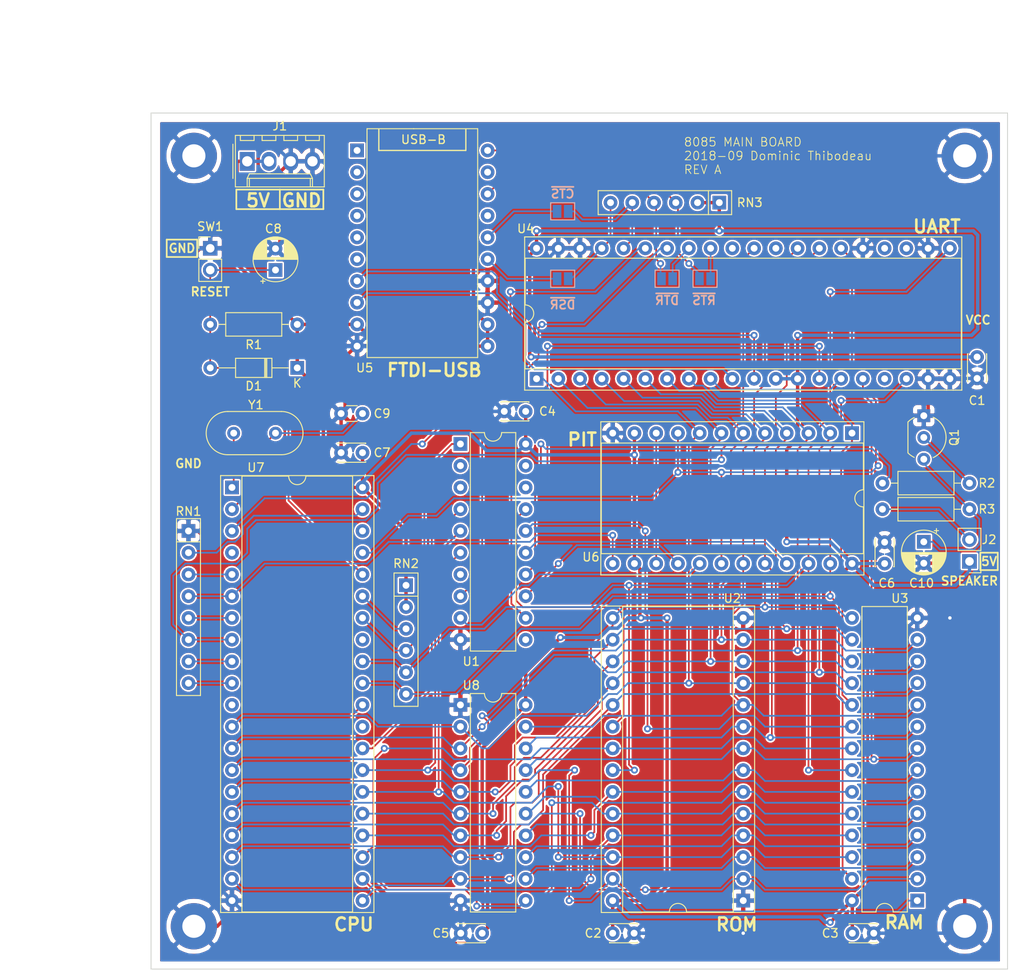
<source format=kicad_pcb>
(kicad_pcb (version 20171130) (host pcbnew "(5.0.0)")
  (title_block (title "CPU 8085 MAIN BOARD") (date 2018-09-17) (rev A))
  (layers (0 F.Cu jumper) (31 B.Cu signal) (36 B.SilkS user) (37 F.SilkS user) (38 B.Mask user) (39 F.Mask user) (44 Edge.Cuts user))
  (net 0 "")
  (net 1 VCC)
  (net 2 GND)
  (net 3 /CPU/A8)
  (net 4 /CPU/A9)
  (net 5 /CPU/RESET)
  (net 6 /CPU/A10)
  (net 7 /CPU/A11)
  (net 8 /CPU/A12)
  (net 9 /CPU/D0)
  (net 10 /CPU/D1)
  (net 11 /CPU/D2)
  (net 12 /CPU/D3)
  (net 13 /CPU/D4)
  (net 14 /CPU/D5)
  (net 15 /CPU/D6)
  (net 16 /CPU/D7)
  (net 17 /UART/~CTS)
  (net 18 /UART/~RTS)
  (net 19 /CPU/A7)
  (net 20 /CPU/A6)
  (net 21 /CPU/A5)
  (net 22 /CPU/A4)
  (net 23 /CPU/A3)
  (net 24 /CPU/A2)
  (net 25 /CPU/A1)
  (net 26 /CPU/A0)
  (net 27 /CPU/IO~M)
  (net 28 "Net-(U7-Pad30)")
  (net 29 "Net-(U7-Pad33)")
  (net 30 /CPU/CLOCK)
  (net 31 "Net-(RN2-Pad3)")
  (net 32 /CPU/~RD)
  (net 33 /CPU/~WR)
  (net 34 /CPU/HOLD)
  (net 35 /CPU/SID)
  (net 36 /CPU/RST7_5)
  (net 37 /CPU/RST5_5)
  (net 38 /CPU/INTR)
  (net 39 /PIT/TI_CLK)
  (net 40 /UART/~UART_OUT2)
  (net 41 /UART/~UART_OUT1)
  (net 42 /PIT/SPKR_EN)
  (net 43 /PIT/SPKR_OUT)
  (net 44 /UART/~UART)
  (net 45 /A13)
  (net 46 /A14)
  (net 47 /A15)
  (net 48 /Memory/~RAMCE)
  (net 49 /Memory/~ROMCE)
  (net 50 /PIT/~PIT)
  (net 51 /UART/INTR)
  (net 52 "Net-(C8-Pad1)")
  (net 53 "Net-(U7-Pad1)")
  (net 54 "Net-(C9-Pad1)")
  (net 55 "Net-(U7-Pad4)")
  (net 56 "Net-(U7-Pad29)")
  (net 57 "Net-(U7-Pad11)")
  (net 58 "Net-(U7-Pad38)")
  (net 59 "Net-(U4-Pad23)")
  (net 60 "Net-(U4-Pad24)")
  (net 61 "Net-(U4-Pad15)")
  (net 62 "Net-(U4-Pad10)")
  (net 63 "Net-(U4-Pad11)")
  (net 64 "Net-(U4-Pad17)")
  (net 65 "Net-(U6-Pad10)")
  (net 66 "Net-(U5-Pad19)")
  (net 67 "Net-(U5-Pad17)")
  (net 68 "Net-(U5-Pad5)")
  (net 69 "Net-(U5-Pad4)")
  (net 70 "Net-(U5-Pad2)")
  (net 71 "Net-(U5-Pad1)")
  (net 72 "Net-(J2-Pad2)")
  (net 73 "Net-(C10-Pad1)")
  (net 74 /SPEAKER/SPKR_IN)
  (net 75 "Net-(Q1-Pad2)")
  (net 76 /UART/~DTR)
  (net 77 /UART/~DSR)
  (net 78 "Net-(JP1-Pad1)")
  (net 79 "Net-(JP2-Pad1)")
  (net 80 "Net-(JP3-Pad2)")
  (net 81 "Net-(JP4-Pad2)")
  (module Diode_THT:D_DO-35_SOD27_P10.16mm_Horizontal (layer F.Cu) (at 52.07 64.77 180)
    (fp_text reference D1 (at 5.08 -2.12 180) (layer F.SilkS))
    (fp_text value 1N4004)
    (fp_text user K (at 0 -1.8 180) (layer F.SilkS))
    (pad 1 thru_hole rect (at 0 0 180) (size 1.6 1.6) (drill 0.8) (layers *.Cu *.Mask) (net 1 VCC))
    (pad 2 thru_hole oval (at 10.16 0 180) (size 1.6 1.6) (drill 0.8) (layers *.Cu *.Mask) (net 52 "Net-(C8-Pad1)"))
  )
  (module Resistor_THT:R_Axial_DIN0207_L6.3mm_D2.5mm_P10.16mm_Horizontal (layer F.Cu) (at 52.07 59.69 180)
    (fp_text reference R1 (at 5.08 -2.37 180) (layer F.SilkS))
    (fp_text value 75K)
    (pad 1 thru_hole circle (at 0 0 180) (size 1.6 1.6) (drill 0.8) (layers *.Cu *.Mask) (net 1 VCC))
    (pad 2 thru_hole oval (at 10.16 0 180) (size 1.6 1.6) (drill 0.8) (layers *.Cu *.Mask) (net 52 "Net-(C8-Pad1)"))
  )
  (module Resistor_THT:R_Axial_DIN0207_L6.3mm_D2.5mm_P10.16mm_Horizontal (layer F.Cu) (at 130.556 78.232 180)
    (fp_text reference R2 (at -2.032 0 180) (layer F.SilkS))
    (fp_text value 1K)
    (pad 2 thru_hole oval (at 10.16 0 180) (size 1.6 1.6) (drill 0.8) (layers *.Cu *.Mask) (net 74 /SPEAKER/SPKR_IN))
    (pad 1 thru_hole circle (at 0 0 180) (size 1.6 1.6) (drill 0.8) (layers *.Cu *.Mask) (net 75 "Net-(Q1-Pad2)"))
  )
  (module Resistor_THT:R_Axial_DIN0207_L6.3mm_D2.5mm_P10.16mm_Horizontal (layer F.Cu) (at 120.396 81.28)
    (fp_text reference R3 (at 12.192 0) (layer F.SilkS))
    (fp_text value 33)
    (pad 1 thru_hole circle (at 0 0) (size 1.6 1.6) (drill 0.8) (layers *.Cu *.Mask) (net 72 "Net-(J2-Pad2)"))
    (pad 2 thru_hole oval (at 10.16 0) (size 1.6 1.6) (drill 0.8) (layers *.Cu *.Mask) (net 73 "Net-(C10-Pad1)"))
  )
  (module Jumper:SolderJumper-2_P1.3mm_Open_Pad1.0x1.5mm (layer B.Cu) (at 95.25 54.356 180)
    (fp_text reference JP1 hide)
    (fp_text value ~DTR)
    (pad 1 smd rect (at -0.65 0 180) (size 1 1.5) (layers B.Cu B.Mask) (net 78 "Net-(JP1-Pad1)"))
    (pad 2 smd rect (at 0.65 0 180) (size 1 1.5) (layers B.Cu B.Mask) (net 76 /UART/~DTR))
  )
  (module Jumper:SolderJumper-2_P1.3mm_Open_Pad1.0x1.5mm (layer B.Cu) (at 83.058 46.482 180)
    (fp_text reference JP4 hide)
    (fp_text value ~CTS)
    (pad 2 smd rect (at 0.65 0 180) (size 1 1.5) (layers B.Cu B.Mask) (net 81 "Net-(JP4-Pad2)"))
    (pad 1 smd rect (at -0.65 0 180) (size 1 1.5) (layers B.Cu B.Mask) (net 17 /UART/~CTS))
  )
  (module Jumper:SolderJumper-2_P1.3mm_Open_Pad1.0x1.5mm (layer B.Cu) (at 99.68 54.356 180)
    (fp_text reference JP2 hide)
    (fp_text value ~RTS)
    (pad 1 smd rect (at -0.65 0 180) (size 1 1.5) (layers B.Cu B.Mask) (net 79 "Net-(JP2-Pad1)"))
    (pad 2 smd rect (at 0.65 0 180) (size 1 1.5) (layers B.Cu B.Mask) (net 18 /UART/~RTS))
  )
  (module Jumper:SolderJumper-2_P1.3mm_Open_Pad1.0x1.5mm (layer B.Cu) (at 83.058 54.356 180)
    (fp_text reference JP3 hide)
    (fp_text value ~DSR)
    (pad 2 smd rect (at 0.65 0 180) (size 1 1.5) (layers B.Cu B.Mask) (net 80 "Net-(JP3-Pad2)"))
    (pad 1 smd rect (at -0.65 0 180) (size 1 1.5) (layers B.Cu B.Mask) (net 77 /UART/~DSR))
  )
  (module 8085:FTDI_USB (layer F.Cu) (at 59.055 39.37)
    (fp_text reference U5 (at 0.889 25.4) (layer F.SilkS))
    (fp_text value FTDI-USB)
    (fp_text user USB-B (at 7.75 -1.27) (layer F.SilkS))
    (pad 12 thru_hole oval (at 15.24 20.32) (size 1.6 1.6) (drill 0.8) (layers *.Cu *.Mask) (net 1 VCC))
    (pad 11 thru_hole oval (at 15.24 22.86) (size 1.6 1.6) (drill 0.8) (layers *.Cu *.Mask) (net 1 VCC))
    (pad 10 thru_hole oval (at 0 22.86) (size 1.6 1.6) (drill 0.8) (layers *.Cu *.Mask) (net 2 GND))
    (pad 9 thru_hole oval (at 0 20.32) (size 1.6 1.6) (drill 0.8) (layers *.Cu *.Mask) (net 1 VCC))
    (pad 20 thru_hole oval (at 15.24 0) (size 1.6 1.6) (drill 0.8) (layers *.Cu *.Mask) (net 18 /UART/~RTS))
    (pad 8 thru_hole oval (at 0 17.78) (size 1.6 1.6) (drill 0.8) (layers *.Cu *.Mask) (net 62 "Net-(U4-Pad10)"))
    (pad 19 thru_hole oval (at 15.24 2.54) (size 1.6 1.6) (drill 0.8) (layers *.Cu *.Mask) (net 66 "Net-(U5-Pad19)"))
    (pad 7 thru_hole oval (at 0 15.24) (size 1.6 1.6) (drill 0.8) (layers *.Cu *.Mask) (net 63 "Net-(U4-Pad11)"))
    (pad 18 thru_hole oval (at 15.24 5.08) (size 1.6 1.6) (drill 0.8) (layers *.Cu *.Mask) (net 76 /UART/~DTR))
    (pad 6 thru_hole oval (at 0 12.7) (size 1.6 1.6) (drill 0.8) (layers *.Cu *.Mask))
    (pad 17 thru_hole oval (at 15.24 7.62) (size 1.6 1.6) (drill 0.8) (layers *.Cu *.Mask) (net 67 "Net-(U5-Pad17)"))
    (pad 5 thru_hole oval (at 0 10.16) (size 1.6 1.6) (drill 0.8) (layers *.Cu *.Mask) (net 68 "Net-(U5-Pad5)"))
    (pad 16 thru_hole oval (at 15.24 10.16) (size 1.6 1.6) (drill 0.8) (layers *.Cu *.Mask) (net 81 "Net-(JP4-Pad2)"))
    (pad 4 thru_hole oval (at 0 7.62) (size 1.6 1.6) (drill 0.8) (layers *.Cu *.Mask) (net 69 "Net-(U5-Pad4)"))
    (pad 15 thru_hole oval (at 15.24 12.7) (size 1.6 1.6) (drill 0.8) (layers *.Cu *.Mask) (net 80 "Net-(JP3-Pad2)"))
    (pad 3 thru_hole oval (at 0 5.08) (size 1.6 1.6) (drill 0.8) (layers *.Cu *.Mask))
    (pad 14 thru_hole oval (at 15.24 15.24) (size 1.6 1.6) (drill 0.8) (layers *.Cu *.Mask) (net 2 GND))
    (pad 2 thru_hole oval (at 0 2.54) (size 1.6 1.6) (drill 0.8) (layers *.Cu *.Mask) (net 70 "Net-(U5-Pad2)"))
    (pad 13 thru_hole oval (at 15.24 17.78) (size 1.6 1.6) (drill 0.8) (layers *.Cu *.Mask) (net 2 GND))
    (pad 1 thru_hole rect (at 0 0) (size 1.6 1.6) (drill 0.8) (layers *.Cu *.Mask) (net 71 "Net-(U5-Pad1)"))
  )
  (module Resistor_THT:R_Array_SIP6 (layer F.Cu) (at 101.346 45.466 180)
    (fp_text reference RN3 (at -3.556 0 180) (layer F.SilkS))
    (fp_text value 10K)
    (pad 1 thru_hole rect (at 0 0 180) (size 1.6 1.6) (drill 0.8) (layers *.Cu *.Mask) (net 1 VCC))
    (pad 2 thru_hole oval (at 2.54 0 180) (size 1.6 1.6) (drill 0.8) (layers *.Cu *.Mask) (net 1 VCC))
    (pad 3 thru_hole oval (at 5.08 0 180) (size 1.6 1.6) (drill 0.8) (layers *.Cu *.Mask) (net 18 /UART/~RTS))
    (pad 4 thru_hole oval (at 7.62 0 180) (size 1.6 1.6) (drill 0.8) (layers *.Cu *.Mask) (net 76 /UART/~DTR))
    (pad 5 thru_hole oval (at 10.16 0 180) (size 1.6 1.6) (drill 0.8) (layers *.Cu *.Mask) (net 17 /UART/~CTS))
    (pad 6 thru_hole oval (at 12.7 0 180) (size 1.6 1.6) (drill 0.8) (layers *.Cu *.Mask) (net 77 /UART/~DSR))
  )
  (module Connector_Molex:Molex_KK-254_AE-6410-04A_1x04_P2.54mm_Vertical (layer F.Cu) (at 46.228 40.64)
    (fp_text reference J1 (at 3.81 -4.12) (layer F.SilkS))
    (fp_text value POWER)
    (pad 4 thru_hole oval (at 7.62 0) (size 1.74 2.2) (drill 1.2) (layers *.Cu *.Mask) (net 2 GND))
    (pad 3 thru_hole oval (at 5.08 0) (size 1.74 2.2) (drill 1.2) (layers *.Cu *.Mask) (net 2 GND))
    (pad 2 thru_hole oval (at 2.54 0) (size 1.74 2.2) (drill 1.2) (layers *.Cu *.Mask) (net 1 VCC))
    (pad 1 thru_hole rect (at 0 0) (size 1.74 2.2) (drill 1.2) (layers *.Cu *.Mask) (net 1 VCC))
  )
  (module Package_TO_SOT_THT:TO-92_Inline_Wide (layer F.Cu) (at 125.222 70.358 270)
    (fp_text reference Q1 (at 2.54 -3.56 270) (layer F.SilkS))
    (fp_text value 2N3904)
    (pad 1 thru_hole rect (at 0 0) (size 1.5 1.5) (drill 0.8) (layers *.Cu *.Mask) (net 2 GND))
    (pad 3 thru_hole circle (at 5.08 0) (size 1.5 1.5) (drill 0.8) (layers *.Cu *.Mask) (net 73 "Net-(C10-Pad1)"))
    (pad 2 thru_hole circle (at 2.54 0) (size 1.5 1.5) (drill 0.8) (layers *.Cu *.Mask) (net 75 "Net-(Q1-Pad2)"))
  )
  (module Capacitor_THT:CP_Radial_D5.0mm_P2.50mm (layer F.Cu) (at 125.222 85.09 270)
    (fp_text reference C10 (at 4.826 0.254) (layer F.SilkS))
    (fp_text value 1uF)
    (pad 2 thru_hole circle (at 2.5 0 270) (size 1.6 1.6) (drill 0.8) (layers *.Cu *.Mask) (net 2 GND))
    (pad 1 thru_hole rect (at 0 0 270) (size 1.6 1.6) (drill 0.8) (layers *.Cu *.Mask) (net 73 "Net-(C10-Pad1)"))
  )
  (module Connector_PinHeader_2.54mm:PinHeader_1x02_P2.54mm_Vertical (layer F.Cu) (at 130.556 87.376 180)
    (fp_text reference J2 (at -2.286 2.54 180) (layer F.SilkS))
    (fp_text value SPEAKER hide)
    (pad 2 thru_hole oval (at 0 2.54 180) (size 1.7 1.7) (drill 1) (layers *.Cu *.Mask) (net 72 "Net-(J2-Pad2)"))
    (pad 1 thru_hole rect (at 0 0 180) (size 1.7 1.7) (drill 1) (layers *.Cu *.Mask) (net 1 VCC))
  )
  (module Package_DIP:DIP-24_W15.24mm_Socket (layer F.Cu) (at 116.84 72.39 270)
    (fp_text reference U6 (at 14.478 30.48 180) (layer F.SilkS))
    (fp_text value 82C54)
    (pad 24 thru_hole oval (at 15.24 0 270) (size 1.6 1.6) (drill 0.8) (layers *.Cu *.Mask) (net 1 VCC))
    (pad 12 thru_hole oval (at 0 27.94 270) (size 1.6 1.6) (drill 0.8) (layers *.Cu *.Mask) (net 2 GND))
    (pad 23 thru_hole oval (at 15.24 2.54 270) (size 1.6 1.6) (drill 0.8) (layers *.Cu *.Mask) (net 33 /CPU/~WR))
    (pad 11 thru_hole oval (at 0 25.4 270) (size 1.6 1.6) (drill 0.8) (layers *.Cu *.Mask) (net 1 VCC))
    (pad 22 thru_hole oval (at 15.24 5.08 270) (size 1.6 1.6) (drill 0.8) (layers *.Cu *.Mask) (net 32 /CPU/~RD))
    (pad 10 thru_hole oval (at 0 22.86 270) (size 1.6 1.6) (drill 0.8) (layers *.Cu *.Mask) (net 65 "Net-(U6-Pad10)"))
    (pad 21 thru_hole oval (at 15.24 7.62 270) (size 1.6 1.6) (drill 0.8) (layers *.Cu *.Mask) (net 50 /PIT/~PIT))
    (pad 9 thru_hole oval (at 0 20.32 270) (size 1.6 1.6) (drill 0.8) (layers *.Cu *.Mask) (net 30 /CPU/CLOCK))
    (pad 20 thru_hole oval (at 15.24 10.16 270) (size 1.6 1.6) (drill 0.8) (layers *.Cu *.Mask) (net 25 /CPU/A1))
    (pad 8 thru_hole oval (at 0 17.78 270) (size 1.6 1.6) (drill 0.8) (layers *.Cu *.Mask) (net 9 /CPU/D0))
    (pad 19 thru_hole oval (at 15.24 12.7 270) (size 1.6 1.6) (drill 0.8) (layers *.Cu *.Mask) (net 26 /CPU/A0))
    (pad 7 thru_hole oval (at 0 15.24 270) (size 1.6 1.6) (drill 0.8) (layers *.Cu *.Mask) (net 10 /CPU/D1))
    (pad 18 thru_hole oval (at 15.24 15.24 270) (size 1.6 1.6) (drill 0.8) (layers *.Cu *.Mask) (net 30 /CPU/CLOCK))
    (pad 6 thru_hole oval (at 0 12.7 270) (size 1.6 1.6) (drill 0.8) (layers *.Cu *.Mask) (net 11 /CPU/D2))
    (pad 17 thru_hole oval (at 15.24 17.78 270) (size 1.6 1.6) (drill 0.8) (layers *.Cu *.Mask) (net 43 /PIT/SPKR_OUT))
    (pad 5 thru_hole oval (at 0 10.16 270) (size 1.6 1.6) (drill 0.8) (layers *.Cu *.Mask) (net 12 /CPU/D3))
    (pad 16 thru_hole oval (at 15.24 20.32 270) (size 1.6 1.6) (drill 0.8) (layers *.Cu *.Mask) (net 42 /PIT/SPKR_EN))
    (pad 4 thru_hole oval (at 0 7.62 270) (size 1.6 1.6) (drill 0.8) (layers *.Cu *.Mask) (net 13 /CPU/D4))
    (pad 15 thru_hole oval (at 15.24 22.86 270) (size 1.6 1.6) (drill 0.8) (layers *.Cu *.Mask) (net 65 "Net-(U6-Pad10)"))
    (pad 3 thru_hole oval (at 0 5.08 270) (size 1.6 1.6) (drill 0.8) (layers *.Cu *.Mask) (net 14 /CPU/D5))
    (pad 14 thru_hole oval (at 15.24 25.4 270) (size 1.6 1.6) (drill 0.8) (layers *.Cu *.Mask) (net 1 VCC))
    (pad 2 thru_hole oval (at 0 2.54 270) (size 1.6 1.6) (drill 0.8) (layers *.Cu *.Mask) (net 15 /CPU/D6))
    (pad 13 thru_hole oval (at 15.24 27.94 270) (size 1.6 1.6) (drill 0.8) (layers *.Cu *.Mask) (net 39 /PIT/TI_CLK))
    (pad 1 thru_hole rect (at 0 0 270) (size 1.6 1.6) (drill 0.8) (layers *.Cu *.Mask) (net 16 /CPU/D7))
  )
  (module Package_DIP:DIP-40_W15.24mm_Socket (layer F.Cu) (at 80.01 66.04 90)
    (fp_text reference U4 (at 17.526 -1.27) (layer F.SilkS))
    (fp_text value 8250)
    (pad 40 thru_hole oval (at 15.24 0 90) (size 1.6 1.6) (drill 0.8) (layers *.Cu *.Mask) (net 1 VCC))
    (pad 20 thru_hole oval (at 0 48.26 90) (size 1.6 1.6) (drill 0.8) (layers *.Cu *.Mask) (net 2 GND))
    (pad 39 thru_hole oval (at 15.24 2.54 90) (size 1.6 1.6) (drill 0.8) (layers *.Cu *.Mask) (net 2 GND))
    (pad 19 thru_hole oval (at 0 45.72 90) (size 1.6 1.6) (drill 0.8) (layers *.Cu *.Mask) (net 2 GND))
    (pad 38 thru_hole oval (at 15.24 5.08 90) (size 1.6 1.6) (drill 0.8) (layers *.Cu *.Mask) (net 2 GND))
    (pad 18 thru_hole oval (at 0 43.18 90) (size 1.6 1.6) (drill 0.8) (layers *.Cu *.Mask) (net 33 /CPU/~WR))
    (pad 37 thru_hole oval (at 15.24 7.62 90) (size 1.6 1.6) (drill 0.8) (layers *.Cu *.Mask) (net 77 /UART/~DSR))
    (pad 17 thru_hole oval (at 0 40.64 90) (size 1.6 1.6) (drill 0.8) (layers *.Cu *.Mask) (net 64 "Net-(U4-Pad17)"))
    (pad 36 thru_hole oval (at 15.24 10.16 90) (size 1.6 1.6) (drill 0.8) (layers *.Cu *.Mask) (net 17 /UART/~CTS))
    (pad 16 thru_hole oval (at 0 38.1 90) (size 1.6 1.6) (drill 0.8) (layers *.Cu *.Mask) (net 30 /CPU/CLOCK))
    (pad 35 thru_hole oval (at 15.24 12.7 90) (size 1.6 1.6) (drill 0.8) (layers *.Cu *.Mask) (net 5 /CPU/RESET))
    (pad 15 thru_hole oval (at 0 35.56 90) (size 1.6 1.6) (drill 0.8) (layers *.Cu *.Mask) (net 61 "Net-(U4-Pad15)"))
    (pad 34 thru_hole oval (at 15.24 15.24 90) (size 1.6 1.6) (drill 0.8) (layers *.Cu *.Mask) (net 41 /UART/~UART_OUT1))
    (pad 14 thru_hole oval (at 0 33.02 90) (size 1.6 1.6) (drill 0.8) (layers *.Cu *.Mask) (net 44 /UART/~UART))
    (pad 33 thru_hole oval (at 15.24 17.78 90) (size 1.6 1.6) (drill 0.8) (layers *.Cu *.Mask) (net 78 "Net-(JP1-Pad1)"))
    (pad 13 thru_hole oval (at 0 30.48 90) (size 1.6 1.6) (drill 0.8) (layers *.Cu *.Mask) (net 1 VCC))
    (pad 32 thru_hole oval (at 15.24 20.32 90) (size 1.6 1.6) (drill 0.8) (layers *.Cu *.Mask) (net 79 "Net-(JP2-Pad1)"))
    (pad 12 thru_hole oval (at 0 27.94 90) (size 1.6 1.6) (drill 0.8) (layers *.Cu *.Mask) (net 1 VCC))
    (pad 31 thru_hole oval (at 15.24 22.86 90) (size 1.6 1.6) (drill 0.8) (layers *.Cu *.Mask) (net 40 /UART/~UART_OUT2))
    (pad 11 thru_hole oval (at 0 25.4 90) (size 1.6 1.6) (drill 0.8) (layers *.Cu *.Mask) (net 63 "Net-(U4-Pad11)"))
    (pad 30 thru_hole oval (at 15.24 25.4 90) (size 1.6 1.6) (drill 0.8) (layers *.Cu *.Mask) (net 51 /UART/INTR))
    (pad 10 thru_hole oval (at 0 22.86 90) (size 1.6 1.6) (drill 0.8) (layers *.Cu *.Mask) (net 62 "Net-(U4-Pad10)"))
    (pad 29 thru_hole oval (at 15.24 27.94 90) (size 1.6 1.6) (drill 0.8) (layers *.Cu *.Mask))
    (pad 9 thru_hole oval (at 0 20.32 90) (size 1.6 1.6) (drill 0.8) (layers *.Cu *.Mask) (net 61 "Net-(U4-Pad15)"))
    (pad 28 thru_hole oval (at 15.24 30.48 90) (size 1.6 1.6) (drill 0.8) (layers *.Cu *.Mask) (net 26 /CPU/A0))
    (pad 8 thru_hole oval (at 0 17.78 90) (size 1.6 1.6) (drill 0.8) (layers *.Cu *.Mask) (net 16 /CPU/D7))
    (pad 27 thru_hole oval (at 15.24 33.02 90) (size 1.6 1.6) (drill 0.8) (layers *.Cu *.Mask) (net 25 /CPU/A1))
    (pad 7 thru_hole oval (at 0 15.24 90) (size 1.6 1.6) (drill 0.8) (layers *.Cu *.Mask) (net 15 /CPU/D6))
    (pad 26 thru_hole oval (at 15.24 35.56 90) (size 1.6 1.6) (drill 0.8) (layers *.Cu *.Mask) (net 24 /CPU/A2))
    (pad 6 thru_hole oval (at 0 12.7 90) (size 1.6 1.6) (drill 0.8) (layers *.Cu *.Mask) (net 14 /CPU/D5))
    (pad 25 thru_hole oval (at 15.24 38.1 90) (size 1.6 1.6) (drill 0.8) (layers *.Cu *.Mask) (net 2 GND))
    (pad 5 thru_hole oval (at 0 10.16 90) (size 1.6 1.6) (drill 0.8) (layers *.Cu *.Mask) (net 13 /CPU/D4))
    (pad 24 thru_hole oval (at 15.24 40.64 90) (size 1.6 1.6) (drill 0.8) (layers *.Cu *.Mask) (net 60 "Net-(U4-Pad24)"))
    (pad 4 thru_hole oval (at 0 7.62 90) (size 1.6 1.6) (drill 0.8) (layers *.Cu *.Mask) (net 12 /CPU/D3))
    (pad 23 thru_hole oval (at 15.24 43.18 90) (size 1.6 1.6) (drill 0.8) (layers *.Cu *.Mask) (net 59 "Net-(U4-Pad23)"))
    (pad 3 thru_hole oval (at 0 5.08 90) (size 1.6 1.6) (drill 0.8) (layers *.Cu *.Mask) (net 11 /CPU/D2))
    (pad 22 thru_hole oval (at 15.24 45.72 90) (size 1.6 1.6) (drill 0.8) (layers *.Cu *.Mask) (net 2 GND))
    (pad 2 thru_hole oval (at 0 2.54 90) (size 1.6 1.6) (drill 0.8) (layers *.Cu *.Mask) (net 10 /CPU/D1))
    (pad 21 thru_hole oval (at 15.24 48.26 90) (size 1.6 1.6) (drill 0.8) (layers *.Cu *.Mask) (net 32 /CPU/~RD))
    (pad 1 thru_hole rect (at 0 0 90) (size 1.6 1.6) (drill 0.8) (layers *.Cu *.Mask) (net 9 /CPU/D0))
  )
  (module Package_DIP:DIP-40_W15.24mm_Socket (layer F.Cu) (at 44.45 78.74)
    (fp_text reference U7 (at 2.794 -2.33) (layer F.SilkS))
    (fp_text value 8085)
    (pad 40 thru_hole oval (at 15.24 0) (size 1.6 1.6) (drill 0.8) (layers *.Cu *.Mask) (net 1 VCC))
    (pad 20 thru_hole oval (at 0 48.26) (size 1.6 1.6) (drill 0.8) (layers *.Cu *.Mask) (net 2 GND))
    (pad 39 thru_hole oval (at 15.24 2.54) (size 1.6 1.6) (drill 0.8) (layers *.Cu *.Mask) (net 34 /CPU/HOLD))
    (pad 19 thru_hole oval (at 0 45.72) (size 1.6 1.6) (drill 0.8) (layers *.Cu *.Mask) (net 16 /CPU/D7))
    (pad 38 thru_hole oval (at 15.24 5.08) (size 1.6 1.6) (drill 0.8) (layers *.Cu *.Mask) (net 58 "Net-(U7-Pad38)"))
    (pad 18 thru_hole oval (at 0 43.18) (size 1.6 1.6) (drill 0.8) (layers *.Cu *.Mask) (net 15 /CPU/D6))
    (pad 37 thru_hole oval (at 15.24 7.62) (size 1.6 1.6) (drill 0.8) (layers *.Cu *.Mask) (net 30 /CPU/CLOCK))
    (pad 17 thru_hole oval (at 0 40.64) (size 1.6 1.6) (drill 0.8) (layers *.Cu *.Mask) (net 14 /CPU/D5))
    (pad 36 thru_hole oval (at 15.24 10.16) (size 1.6 1.6) (drill 0.8) (layers *.Cu *.Mask) (net 52 "Net-(C8-Pad1)"))
    (pad 16 thru_hole oval (at 0 38.1) (size 1.6 1.6) (drill 0.8) (layers *.Cu *.Mask) (net 13 /CPU/D4))
    (pad 35 thru_hole oval (at 15.24 12.7) (size 1.6 1.6) (drill 0.8) (layers *.Cu *.Mask) (net 31 "Net-(RN2-Pad3)"))
    (pad 15 thru_hole oval (at 0 35.56) (size 1.6 1.6) (drill 0.8) (layers *.Cu *.Mask) (net 12 /CPU/D3))
    (pad 34 thru_hole oval (at 15.24 15.24) (size 1.6 1.6) (drill 0.8) (layers *.Cu *.Mask) (net 27 /CPU/IO~M))
    (pad 14 thru_hole oval (at 0 33.02) (size 1.6 1.6) (drill 0.8) (layers *.Cu *.Mask) (net 11 /CPU/D2))
    (pad 33 thru_hole oval (at 15.24 17.78) (size 1.6 1.6) (drill 0.8) (layers *.Cu *.Mask) (net 29 "Net-(U7-Pad33)"))
    (pad 13 thru_hole oval (at 0 30.48) (size 1.6 1.6) (drill 0.8) (layers *.Cu *.Mask) (net 10 /CPU/D1))
    (pad 32 thru_hole oval (at 15.24 20.32) (size 1.6 1.6) (drill 0.8) (layers *.Cu *.Mask) (net 32 /CPU/~RD))
    (pad 12 thru_hole oval (at 0 27.94) (size 1.6 1.6) (drill 0.8) (layers *.Cu *.Mask) (net 9 /CPU/D0))
    (pad 31 thru_hole oval (at 15.24 22.86) (size 1.6 1.6) (drill 0.8) (layers *.Cu *.Mask) (net 33 /CPU/~WR))
    (pad 11 thru_hole oval (at 0 25.4) (size 1.6 1.6) (drill 0.8) (layers *.Cu *.Mask) (net 57 "Net-(U7-Pad11)"))
    (pad 30 thru_hole oval (at 15.24 25.4) (size 1.6 1.6) (drill 0.8) (layers *.Cu *.Mask) (net 28 "Net-(U7-Pad30)"))
    (pad 10 thru_hole oval (at 0 22.86) (size 1.6 1.6) (drill 0.8) (layers *.Cu *.Mask) (net 38 /CPU/INTR))
    (pad 29 thru_hole oval (at 15.24 27.94) (size 1.6 1.6) (drill 0.8) (layers *.Cu *.Mask) (net 56 "Net-(U7-Pad29)"))
    (pad 9 thru_hole oval (at 0 20.32) (size 1.6 1.6) (drill 0.8) (layers *.Cu *.Mask) (net 37 /CPU/RST5_5))
    (pad 28 thru_hole oval (at 15.24 30.48) (size 1.6 1.6) (drill 0.8) (layers *.Cu *.Mask) (net 47 /A15))
    (pad 8 thru_hole oval (at 0 17.78) (size 1.6 1.6) (drill 0.8) (layers *.Cu *.Mask) (net 51 /UART/INTR))
    (pad 27 thru_hole oval (at 15.24 33.02) (size 1.6 1.6) (drill 0.8) (layers *.Cu *.Mask) (net 46 /A14))
    (pad 7 thru_hole oval (at 0 15.24) (size 1.6 1.6) (drill 0.8) (layers *.Cu *.Mask) (net 36 /CPU/RST7_5))
    (pad 26 thru_hole oval (at 15.24 35.56) (size 1.6 1.6) (drill 0.8) (layers *.Cu *.Mask) (net 45 /A13))
    (pad 6 thru_hole oval (at 0 12.7) (size 1.6 1.6) (drill 0.8) (layers *.Cu *.Mask) (net 39 /PIT/TI_CLK))
    (pad 25 thru_hole oval (at 15.24 38.1) (size 1.6 1.6) (drill 0.8) (layers *.Cu *.Mask) (net 8 /CPU/A12))
    (pad 5 thru_hole oval (at 0 10.16) (size 1.6 1.6) (drill 0.8) (layers *.Cu *.Mask) (net 35 /CPU/SID))
    (pad 24 thru_hole oval (at 15.24 40.64) (size 1.6 1.6) (drill 0.8) (layers *.Cu *.Mask) (net 7 /CPU/A11))
    (pad 4 thru_hole oval (at 0 7.62) (size 1.6 1.6) (drill 0.8) (layers *.Cu *.Mask) (net 55 "Net-(U7-Pad4)"))
    (pad 23 thru_hole oval (at 15.24 43.18) (size 1.6 1.6) (drill 0.8) (layers *.Cu *.Mask) (net 6 /CPU/A10))
    (pad 3 thru_hole oval (at 0 5.08) (size 1.6 1.6) (drill 0.8) (layers *.Cu *.Mask) (net 5 /CPU/RESET))
    (pad 22 thru_hole oval (at 15.24 45.72) (size 1.6 1.6) (drill 0.8) (layers *.Cu *.Mask) (net 4 /CPU/A9))
    (pad 2 thru_hole oval (at 0 2.54) (size 1.6 1.6) (drill 0.8) (layers *.Cu *.Mask) (net 54 "Net-(C9-Pad1)"))
    (pad 21 thru_hole oval (at 15.24 48.26) (size 1.6 1.6) (drill 0.8) (layers *.Cu *.Mask) (net 3 /CPU/A8))
    (pad 1 thru_hole rect (at 0 0) (size 1.6 1.6) (drill 0.8) (layers *.Cu *.Mask) (net 53 "Net-(U7-Pad1)"))
  )
  (module Package_DIP:DIP-28_W15.24mm_Socket (layer F.Cu) (at 104.14 127 180)
    (fp_text reference U2 (at 1.27 35.306 180) (layer F.SilkS))
    (fp_text value 27C256)
    (pad 28 thru_hole oval (at 15.24 0 180) (size 1.6 1.6) (drill 0.8) (layers *.Cu *.Mask) (net 1 VCC))
    (pad 14 thru_hole oval (at 0 33.02 180) (size 1.6 1.6) (drill 0.8) (layers *.Cu *.Mask) (net 2 GND))
    (pad 27 thru_hole oval (at 15.24 2.54 180) (size 1.6 1.6) (drill 0.8) (layers *.Cu *.Mask) (net 46 /A14))
    (pad 13 thru_hole oval (at 0 30.48 180) (size 1.6 1.6) (drill 0.8) (layers *.Cu *.Mask) (net 11 /CPU/D2))
    (pad 26 thru_hole oval (at 15.24 5.08 180) (size 1.6 1.6) (drill 0.8) (layers *.Cu *.Mask) (net 45 /A13))
    (pad 12 thru_hole oval (at 0 27.94 180) (size 1.6 1.6) (drill 0.8) (layers *.Cu *.Mask) (net 10 /CPU/D1))
    (pad 25 thru_hole oval (at 15.24 7.62 180) (size 1.6 1.6) (drill 0.8) (layers *.Cu *.Mask) (net 3 /CPU/A8))
    (pad 11 thru_hole oval (at 0 25.4 180) (size 1.6 1.6) (drill 0.8) (layers *.Cu *.Mask) (net 9 /CPU/D0))
    (pad 24 thru_hole oval (at 15.24 10.16 180) (size 1.6 1.6) (drill 0.8) (layers *.Cu *.Mask) (net 4 /CPU/A9))
    (pad 10 thru_hole oval (at 0 22.86 180) (size 1.6 1.6) (drill 0.8) (layers *.Cu *.Mask) (net 26 /CPU/A0))
    (pad 23 thru_hole oval (at 15.24 12.7 180) (size 1.6 1.6) (drill 0.8) (layers *.Cu *.Mask) (net 7 /CPU/A11))
    (pad 9 thru_hole oval (at 0 20.32 180) (size 1.6 1.6) (drill 0.8) (layers *.Cu *.Mask) (net 25 /CPU/A1))
    (pad 22 thru_hole oval (at 15.24 15.24 180) (size 1.6 1.6) (drill 0.8) (layers *.Cu *.Mask) (net 32 /CPU/~RD))
    (pad 8 thru_hole oval (at 0 17.78 180) (size 1.6 1.6) (drill 0.8) (layers *.Cu *.Mask) (net 24 /CPU/A2))
    (pad 21 thru_hole oval (at 15.24 17.78 180) (size 1.6 1.6) (drill 0.8) (layers *.Cu *.Mask) (net 6 /CPU/A10))
    (pad 7 thru_hole oval (at 0 15.24 180) (size 1.6 1.6) (drill 0.8) (layers *.Cu *.Mask) (net 23 /CPU/A3))
    (pad 20 thru_hole oval (at 15.24 20.32 180) (size 1.6 1.6) (drill 0.8) (layers *.Cu *.Mask) (net 49 /Memory/~ROMCE))
    (pad 6 thru_hole oval (at 0 12.7 180) (size 1.6 1.6) (drill 0.8) (layers *.Cu *.Mask) (net 22 /CPU/A4))
    (pad 19 thru_hole oval (at 15.24 22.86 180) (size 1.6 1.6) (drill 0.8) (layers *.Cu *.Mask) (net 16 /CPU/D7))
    (pad 5 thru_hole oval (at 0 10.16 180) (size 1.6 1.6) (drill 0.8) (layers *.Cu *.Mask) (net 21 /CPU/A5))
    (pad 18 thru_hole oval (at 15.24 25.4 180) (size 1.6 1.6) (drill 0.8) (layers *.Cu *.Mask) (net 15 /CPU/D6))
    (pad 4 thru_hole oval (at 0 7.62 180) (size 1.6 1.6) (drill 0.8) (layers *.Cu *.Mask) (net 20 /CPU/A6))
    (pad 17 thru_hole oval (at 15.24 27.94 180) (size 1.6 1.6) (drill 0.8) (layers *.Cu *.Mask) (net 14 /CPU/D5))
    (pad 3 thru_hole oval (at 0 5.08 180) (size 1.6 1.6) (drill 0.8) (layers *.Cu *.Mask) (net 19 /CPU/A7))
    (pad 16 thru_hole oval (at 15.24 30.48 180) (size 1.6 1.6) (drill 0.8) (layers *.Cu *.Mask) (net 13 /CPU/D4))
    (pad 2 thru_hole oval (at 0 2.54 180) (size 1.6 1.6) (drill 0.8) (layers *.Cu *.Mask) (net 8 /CPU/A12))
    (pad 15 thru_hole oval (at 15.24 33.02 180) (size 1.6 1.6) (drill 0.8) (layers *.Cu *.Mask) (net 12 /CPU/D3))
    (pad 1 thru_hole rect (at 0 0 180) (size 1.6 1.6) (drill 0.8) (layers *.Cu *.Mask) (net 2 GND))
  )
  (module MountingHole:MountingHole_2.7mm_M2.5_Pad (layer F.Cu) (at 130 130)
    (fp_text reference MH4 hide)
    (fp_text value MountingHole_Pad)
    (pad 1 thru_hole circle (at 0 0) (size 5.4 5.4) (drill 2.7) (layers *.Cu *.Mask) (net 2 GND))
  )
  (module MountingHole:MountingHole_2.7mm_M2.5_Pad (layer F.Cu) (at 40 130)
    (fp_text reference MH3 hide)
    (fp_text value MountingHole_Pad hide)
    (pad 1 thru_hole circle (at 0 0) (size 5.4 5.4) (drill 2.7) (layers *.Cu *.Mask) (net 2 GND))
  )
  (module MountingHole:MountingHole_2.7mm_M2.5_Pad (layer F.Cu) (at 130 40)
    (fp_text reference MH2 hide)
    (fp_text value MountingHole_Pad hide)
    (pad 1 thru_hole circle (at 0 0) (size 5.4 5.4) (drill 2.7) (layers *.Cu *.Mask) (net 2 GND))
  )
  (module MountingHole:MountingHole_2.7mm_M2.5_Pad (layer F.Cu) (at 40 40)
    (fp_text reference MH1 hide)
    (fp_text value MountingHole_Pad hide)
    (pad 1 thru_hole circle (at 0 0) (size 5.4 5.4) (drill 2.7) (layers *.Cu *.Mask) (net 2 GND))
  )
  (module Capacitor_THT:CP_Radial_D5.0mm_P2.50mm (layer F.Cu) (at 49.53 53.34 90)
    (fp_text reference C8 (at 4.826 -0.254 180) (layer F.SilkS))
    (fp_text value 1uF)
    (pad 2 thru_hole circle (at 2.5 0 90) (size 1.6 1.6) (drill 0.8) (layers *.Cu *.Mask) (net 2 GND))
    (pad 1 thru_hole rect (at 0 0 90) (size 1.6 1.6) (drill 0.8) (layers *.Cu *.Mask) (net 52 "Net-(C8-Pad1)"))
  )
  (module Capacitor_THT:C_Disc_D3.0mm_W1.6mm_P2.50mm (layer F.Cu) (at 59.69 70.104 180)
    (fp_text reference C9 (at -2.286 0) (layer F.SilkS))
    (fp_text value 22pF)
    (pad 2 thru_hole circle (at 2.5 0 180) (size 1.6 1.6) (drill 0.8) (layers *.Cu *.Mask) (net 2 GND))
    (pad 1 thru_hole circle (at 0 0 180) (size 1.6 1.6) (drill 0.8) (layers *.Cu *.Mask) (net 54 "Net-(C9-Pad1)"))
  )
  (module Capacitor_THT:C_Disc_D3.0mm_W2.0mm_P2.50mm (layer F.Cu) (at 131.445 63.5 270)
    (fp_text reference C1 (at 5.08 0) (layer F.SilkS))
    (fp_text value 0.1uF)
    (pad 2 thru_hole circle (at 2.5 0 270) (size 1.6 1.6) (drill 0.8) (layers *.Cu *.Mask) (net 2 GND))
    (pad 1 thru_hole circle (at 0 0 270) (size 1.6 1.6) (drill 0.8) (layers *.Cu *.Mask) (net 1 VCC))
  )
  (module Capacitor_THT:C_Disc_D3.0mm_W2.0mm_P2.50mm (layer F.Cu) (at 88.9 130.81)
    (fp_text reference C2 (at -2.286 0) (layer F.SilkS))
    (fp_text value 0.1uF)
    (pad 2 thru_hole circle (at 2.5 0) (size 1.6 1.6) (drill 0.8) (layers *.Cu *.Mask) (net 2 GND))
    (pad 1 thru_hole circle (at 0 0) (size 1.6 1.6) (drill 0.8) (layers *.Cu *.Mask) (net 1 VCC))
  )
  (module Capacitor_THT:C_Disc_D3.0mm_W2.0mm_P2.50mm (layer F.Cu) (at 116.88 130.81)
    (fp_text reference C3 (at -2.58 0) (layer F.SilkS))
    (fp_text value 0.1uF)
    (pad 2 thru_hole circle (at 2.5 0) (size 1.6 1.6) (drill 0.8) (layers *.Cu *.Mask) (net 2 GND))
    (pad 1 thru_hole circle (at 0 0) (size 1.6 1.6) (drill 0.8) (layers *.Cu *.Mask) (net 1 VCC))
  )
  (module Capacitor_THT:C_Disc_D3.0mm_W2.0mm_P2.50mm (layer F.Cu) (at 78.74 69.85 180)
    (fp_text reference C4 (at -2.54 0 180) (layer F.SilkS))
    (fp_text value 0.1uF)
    (pad 2 thru_hole circle (at 2.5 0 180) (size 1.6 1.6) (drill 0.8) (layers *.Cu *.Mask) (net 2 GND))
    (pad 1 thru_hole circle (at 0 0 180) (size 1.6 1.6) (drill 0.8) (layers *.Cu *.Mask) (net 1 VCC))
  )
  (module Capacitor_THT:C_Disc_D3.0mm_W2.0mm_P2.50mm (layer F.Cu) (at 73.66 130.81 180)
    (fp_text reference C5 (at 4.826 0 180) (layer F.SilkS))
    (fp_text value 0.1uF)
    (pad 2 thru_hole circle (at 2.5 0 180) (size 1.6 1.6) (drill 0.8) (layers *.Cu *.Mask) (net 2 GND))
    (pad 1 thru_hole circle (at 0 0 180) (size 1.6 1.6) (drill 0.8) (layers *.Cu *.Mask) (net 1 VCC))
  )
  (module Capacitor_THT:C_Disc_D3.0mm_W2.0mm_P2.50mm (layer F.Cu) (at 120.65 87.63 90)
    (fp_text reference C6 (at -2.286 0.254 180) (layer F.SilkS))
    (fp_text value 0.1uF)
    (pad 2 thru_hole circle (at 2.5 0 90) (size 1.6 1.6) (drill 0.8) (layers *.Cu *.Mask) (net 2 GND))
    (pad 1 thru_hole circle (at 0 0 90) (size 1.6 1.6) (drill 0.8) (layers *.Cu *.Mask) (net 1 VCC))
  )
  (module Package_DIP:DIP-20_W7.62mm (layer F.Cu) (at 71.12 73.66)
    (fp_text reference U1 (at 1.27 25.4) (layer F.SilkS))
    (fp_text value GLUE_LOGIC)
    (pad 20 thru_hole oval (at 7.62 0) (size 1.6 1.6) (drill 0.8) (layers *.Cu *.Mask) (net 1 VCC))
    (pad 10 thru_hole oval (at 0 22.86) (size 1.6 1.6) (drill 0.8) (layers *.Cu *.Mask) (net 2 GND))
    (pad 19 thru_hole oval (at 7.62 2.54) (size 1.6 1.6) (drill 0.8) (layers *.Cu *.Mask))
    (pad 9 thru_hole oval (at 0 20.32) (size 1.6 1.6) (drill 0.8) (layers *.Cu *.Mask) (net 43 /PIT/SPKR_OUT))
    (pad 18 thru_hole oval (at 7.62 5.08) (size 1.6 1.6) (drill 0.8) (layers *.Cu *.Mask))
    (pad 8 thru_hole oval (at 0 17.78) (size 1.6 1.6) (drill 0.8) (layers *.Cu *.Mask) (net 41 /UART/~UART_OUT1))
    (pad 17 thru_hole oval (at 7.62 7.62) (size 1.6 1.6) (drill 0.8) (layers *.Cu *.Mask) (net 49 /Memory/~ROMCE))
    (pad 7 thru_hole oval (at 0 15.24) (size 1.6 1.6) (drill 0.8) (layers *.Cu *.Mask))
    (pad 16 thru_hole oval (at 7.62 10.16) (size 1.6 1.6) (drill 0.8) (layers *.Cu *.Mask) (net 48 /Memory/~RAMCE))
    (pad 6 thru_hole oval (at 0 12.7) (size 1.6 1.6) (drill 0.8) (layers *.Cu *.Mask) (net 45 /A13))
    (pad 15 thru_hole oval (at 7.62 12.7) (size 1.6 1.6) (drill 0.8) (layers *.Cu *.Mask) (net 50 /PIT/~PIT))
    (pad 5 thru_hole oval (at 0 10.16) (size 1.6 1.6) (drill 0.8) (layers *.Cu *.Mask) (net 46 /A14))
    (pad 14 thru_hole oval (at 7.62 15.24) (size 1.6 1.6) (drill 0.8) (layers *.Cu *.Mask) (net 44 /UART/~UART))
    (pad 4 thru_hole oval (at 0 7.62) (size 1.6 1.6) (drill 0.8) (layers *.Cu *.Mask) (net 47 /A15))
    (pad 13 thru_hole oval (at 7.62 17.78) (size 1.6 1.6) (drill 0.8) (layers *.Cu *.Mask) (net 42 /PIT/SPKR_EN))
    (pad 3 thru_hole oval (at 0 5.08) (size 1.6 1.6) (drill 0.8) (layers *.Cu *.Mask))
    (pad 12 thru_hole oval (at 7.62 20.32) (size 1.6 1.6) (drill 0.8) (layers *.Cu *.Mask) (net 74 /SPEAKER/SPKR_IN))
    (pad 2 thru_hole oval (at 0 2.54) (size 1.6 1.6) (drill 0.8) (layers *.Cu *.Mask))
    (pad 11 thru_hole oval (at 7.62 22.86) (size 1.6 1.6) (drill 0.8) (layers *.Cu *.Mask))
    (pad 1 thru_hole rect (at 0 0) (size 1.6 1.6) (drill 0.8) (layers *.Cu *.Mask) (net 27 /CPU/IO~M))
  )
  (module Package_DIP:DIP-20_W7.62mm (layer F.Cu) (at 71.12 104.14)
    (fp_text reference U8 (at 1.27 -2.286) (layer F.SilkS))
    (fp_text value 74LS573)
    (pad 20 thru_hole oval (at 7.62 0) (size 1.6 1.6) (drill 0.8) (layers *.Cu *.Mask) (net 1 VCC))
    (pad 10 thru_hole oval (at 0 22.86) (size 1.6 1.6) (drill 0.8) (layers *.Cu *.Mask) (net 2 GND))
    (pad 19 thru_hole oval (at 7.62 2.54) (size 1.6 1.6) (drill 0.8) (layers *.Cu *.Mask) (net 26 /CPU/A0))
    (pad 9 thru_hole oval (at 0 20.32) (size 1.6 1.6) (drill 0.8) (layers *.Cu *.Mask) (net 16 /CPU/D7))
    (pad 18 thru_hole oval (at 7.62 5.08) (size 1.6 1.6) (drill 0.8) (layers *.Cu *.Mask) (net 25 /CPU/A1))
    (pad 8 thru_hole oval (at 0 17.78) (size 1.6 1.6) (drill 0.8) (layers *.Cu *.Mask) (net 15 /CPU/D6))
    (pad 17 thru_hole oval (at 7.62 7.62) (size 1.6 1.6) (drill 0.8) (layers *.Cu *.Mask) (net 24 /CPU/A2))
    (pad 7 thru_hole oval (at 0 15.24) (size 1.6 1.6) (drill 0.8) (layers *.Cu *.Mask) (net 14 /CPU/D5))
    (pad 16 thru_hole oval (at 7.62 10.16) (size 1.6 1.6) (drill 0.8) (layers *.Cu *.Mask) (net 23 /CPU/A3))
    (pad 6 thru_hole oval (at 0 12.7) (size 1.6 1.6) (drill 0.8) (layers *.Cu *.Mask) (net 13 /CPU/D4))
    (pad 15 thru_hole oval (at 7.62 12.7) (size 1.6 1.6) (drill 0.8) (layers *.Cu *.Mask) (net 22 /CPU/A4))
    (pad 5 thru_hole oval (at 0 10.16) (size 1.6 1.6) (drill 0.8) (layers *.Cu *.Mask) (net 12 /CPU/D3))
    (pad 14 thru_hole oval (at 7.62 15.24) (size 1.6 1.6) (drill 0.8) (layers *.Cu *.Mask) (net 21 /CPU/A5))
    (pad 4 thru_hole oval (at 0 7.62) (size 1.6 1.6) (drill 0.8) (layers *.Cu *.Mask) (net 11 /CPU/D2))
    (pad 13 thru_hole oval (at 7.62 17.78) (size 1.6 1.6) (drill 0.8) (layers *.Cu *.Mask) (net 20 /CPU/A6))
    (pad 3 thru_hole oval (at 0 5.08) (size 1.6 1.6) (drill 0.8) (layers *.Cu *.Mask) (net 10 /CPU/D1))
    (pad 12 thru_hole oval (at 7.62 20.32) (size 1.6 1.6) (drill 0.8) (layers *.Cu *.Mask) (net 19 /CPU/A7))
    (pad 2 thru_hole oval (at 0 2.54) (size 1.6 1.6) (drill 0.8) (layers *.Cu *.Mask) (net 9 /CPU/D0))
    (pad 11 thru_hole oval (at 7.62 22.86) (size 1.6 1.6) (drill 0.8) (layers *.Cu *.Mask) (net 28 "Net-(U7-Pad30)"))
    (pad 1 thru_hole rect (at 0 0) (size 1.6 1.6) (drill 0.8) (layers *.Cu *.Mask) (net 2 GND))
  )
  (module Package_DIP:DIP-28_W7.62mm (layer F.Cu) (at 124.46 127 180)
    (fp_text reference U3 (at 2.032 35.306 180) (layer F.SilkS))
    (fp_text value IS61C256AH)
    (pad 28 thru_hole oval (at 7.62 0 180) (size 1.6 1.6) (drill 0.8) (layers *.Cu *.Mask) (net 1 VCC))
    (pad 14 thru_hole oval (at 0 33.02 180) (size 1.6 1.6) (drill 0.8) (layers *.Cu *.Mask) (net 2 GND))
    (pad 27 thru_hole oval (at 7.62 2.54 180) (size 1.6 1.6) (drill 0.8) (layers *.Cu *.Mask) (net 33 /CPU/~WR))
    (pad 13 thru_hole oval (at 0 30.48 180) (size 1.6 1.6) (drill 0.8) (layers *.Cu *.Mask) (net 11 /CPU/D2))
    (pad 26 thru_hole oval (at 7.62 5.08 180) (size 1.6 1.6) (drill 0.8) (layers *.Cu *.Mask) (net 45 /A13))
    (pad 12 thru_hole oval (at 0 27.94 180) (size 1.6 1.6) (drill 0.8) (layers *.Cu *.Mask) (net 10 /CPU/D1))
    (pad 25 thru_hole oval (at 7.62 7.62 180) (size 1.6 1.6) (drill 0.8) (layers *.Cu *.Mask) (net 3 /CPU/A8))
    (pad 11 thru_hole oval (at 0 25.4 180) (size 1.6 1.6) (drill 0.8) (layers *.Cu *.Mask) (net 9 /CPU/D0))
    (pad 24 thru_hole oval (at 7.62 10.16 180) (size 1.6 1.6) (drill 0.8) (layers *.Cu *.Mask) (net 4 /CPU/A9))
    (pad 10 thru_hole oval (at 0 22.86 180) (size 1.6 1.6) (drill 0.8) (layers *.Cu *.Mask) (net 26 /CPU/A0))
    (pad 23 thru_hole oval (at 7.62 12.7 180) (size 1.6 1.6) (drill 0.8) (layers *.Cu *.Mask) (net 7 /CPU/A11))
    (pad 9 thru_hole oval (at 0 20.32 180) (size 1.6 1.6) (drill 0.8) (layers *.Cu *.Mask) (net 25 /CPU/A1))
    (pad 22 thru_hole oval (at 7.62 15.24 180) (size 1.6 1.6) (drill 0.8) (layers *.Cu *.Mask) (net 32 /CPU/~RD))
    (pad 8 thru_hole oval (at 0 17.78 180) (size 1.6 1.6) (drill 0.8) (layers *.Cu *.Mask) (net 24 /CPU/A2))
    (pad 21 thru_hole oval (at 7.62 17.78 180) (size 1.6 1.6) (drill 0.8) (layers *.Cu *.Mask) (net 6 /CPU/A10))
    (pad 7 thru_hole oval (at 0 15.24 180) (size 1.6 1.6) (drill 0.8) (layers *.Cu *.Mask) (net 23 /CPU/A3))
    (pad 20 thru_hole oval (at 7.62 20.32 180) (size 1.6 1.6) (drill 0.8) (layers *.Cu *.Mask) (net 48 /Memory/~RAMCE))
    (pad 6 thru_hole oval (at 0 12.7 180) (size 1.6 1.6) (drill 0.8) (layers *.Cu *.Mask) (net 22 /CPU/A4))
    (pad 19 thru_hole oval (at 7.62 22.86 180) (size 1.6 1.6) (drill 0.8) (layers *.Cu *.Mask) (net 16 /CPU/D7))
    (pad 5 thru_hole oval (at 0 10.16 180) (size 1.6 1.6) (drill 0.8) (layers *.Cu *.Mask) (net 21 /CPU/A5))
    (pad 18 thru_hole oval (at 7.62 25.4 180) (size 1.6 1.6) (drill 0.8) (layers *.Cu *.Mask) (net 15 /CPU/D6))
    (pad 4 thru_hole oval (at 0 7.62 180) (size 1.6 1.6) (drill 0.8) (layers *.Cu *.Mask) (net 20 /CPU/A6))
    (pad 17 thru_hole oval (at 7.62 27.94 180) (size 1.6 1.6) (drill 0.8) (layers *.Cu *.Mask) (net 14 /CPU/D5))
    (pad 3 thru_hole oval (at 0 5.08 180) (size 1.6 1.6) (drill 0.8) (layers *.Cu *.Mask) (net 19 /CPU/A7))
    (pad 16 thru_hole oval (at 7.62 30.48 180) (size 1.6 1.6) (drill 0.8) (layers *.Cu *.Mask) (net 13 /CPU/D4))
    (pad 2 thru_hole oval (at 0 2.54 180) (size 1.6 1.6) (drill 0.8) (layers *.Cu *.Mask) (net 8 /CPU/A12))
    (pad 15 thru_hole oval (at 7.62 33.02 180) (size 1.6 1.6) (drill 0.8) (layers *.Cu *.Mask) (net 12 /CPU/D3))
    (pad 1 thru_hole rect (at 0 0 180) (size 1.6 1.6) (drill 0.8) (layers *.Cu *.Mask) (net 46 /A14))
  )
  (module Resistor_THT:R_Array_SIP6 (layer F.Cu) (at 64.77 90.17 270)
    (fp_text reference RN2 (at -2.54 0 180) (layer F.SilkS))
    (fp_text value 10K)
    (pad 6 thru_hole oval (at 12.7 0 270) (size 1.6 1.6) (drill 0.8) (layers *.Cu *.Mask) (net 33 /CPU/~WR))
    (pad 5 thru_hole oval (at 10.16 0 270) (size 1.6 1.6) (drill 0.8) (layers *.Cu *.Mask) (net 32 /CPU/~RD))
    (pad 4 thru_hole oval (at 7.62 0 270) (size 1.6 1.6) (drill 0.8) (layers *.Cu *.Mask) (net 27 /CPU/IO~M))
    (pad 3 thru_hole oval (at 5.08 0 270) (size 1.6 1.6) (drill 0.8) (layers *.Cu *.Mask) (net 31 "Net-(RN2-Pad3)"))
    (pad 2 thru_hole oval (at 2.54 0 270) (size 1.6 1.6) (drill 0.8) (layers *.Cu *.Mask) (net 1 VCC))
    (pad 1 thru_hole rect (at 0 0 270) (size 1.6 1.6) (drill 0.8) (layers *.Cu *.Mask) (net 1 VCC))
  )
  (module Resistor_THT:R_Array_SIP8 (layer F.Cu) (at 39.37 83.82 270)
    (fp_text reference RN1 (at -2.286 0 180) (layer F.SilkS))
    (fp_text value 10K)
    (pad 8 thru_hole oval (at 17.78 0 270) (size 1.6 1.6) (drill 0.8) (layers *.Cu *.Mask) (net 38 /CPU/INTR))
    (pad 7 thru_hole oval (at 15.24 0 270) (size 1.6 1.6) (drill 0.8) (layers *.Cu *.Mask) (net 37 /CPU/RST5_5))
    (pad 6 thru_hole oval (at 12.7 0 270) (size 1.6 1.6) (drill 0.8) (layers *.Cu *.Mask) (net 51 /UART/INTR))
    (pad 5 thru_hole oval (at 10.16 0 270) (size 1.6 1.6) (drill 0.8) (layers *.Cu *.Mask) (net 36 /CPU/RST7_5))
    (pad 4 thru_hole oval (at 7.62 0 270) (size 1.6 1.6) (drill 0.8) (layers *.Cu *.Mask) (net 39 /PIT/TI_CLK))
    (pad 3 thru_hole oval (at 5.08 0 270) (size 1.6 1.6) (drill 0.8) (layers *.Cu *.Mask) (net 35 /CPU/SID))
    (pad 2 thru_hole oval (at 2.54 0 270) (size 1.6 1.6) (drill 0.8) (layers *.Cu *.Mask) (net 34 /CPU/HOLD))
    (pad 1 thru_hole rect (at 0 0 270) (size 1.6 1.6) (drill 0.8) (layers *.Cu *.Mask) (net 2 GND))
  )
  (module Capacitor_THT:C_Disc_D3.0mm_W2.0mm_P2.50mm (layer F.Cu) (at 59.69 74.676 180)
    (fp_text reference C7 (at -2.286 0 180) (layer F.SilkS))
    (fp_text value 0.1uF)
    (pad 2 thru_hole circle (at 2.5 0 180) (size 1.6 1.6) (drill 0.8) (layers *.Cu *.Mask) (net 2 GND))
    (pad 1 thru_hole circle (at 0 0 180) (size 1.6 1.6) (drill 0.8) (layers *.Cu *.Mask) (net 1 VCC))
  )
  (module Crystal:Crystal_HC49-U_Vertical (layer F.Cu) (at 49.53 72.39 180)
    (fp_text reference Y1 (at 2.286 3.302 180) (layer F.SilkS))
    (fp_text value 4MHz)
    (pad 2 thru_hole circle (at 4.88 0 180) (size 1.5 1.5) (drill 0.8) (layers *.Cu *.Mask) (net 53 "Net-(U7-Pad1)"))
    (pad 1 thru_hole circle (at 0 0 180) (size 1.5 1.5) (drill 0.8) (layers *.Cu *.Mask) (net 54 "Net-(C9-Pad1)"))
  )
  (module Connector_PinHeader_2.54mm:PinHeader_1x02_P2.54mm_Vertical (layer F.Cu) (at 41.91 50.8)
    (fp_text reference SW1 (at 0 -2.54) (layer F.SilkS))
    (fp_text value RESET)
    (pad 2 thru_hole oval (at 0 2.54) (size 1.7 1.7) (drill 1) (layers *.Cu *.Mask) (net 52 "Net-(C8-Pad1)"))
    (pad 1 thru_hole rect (at 0 0) (size 1.7 1.7) (drill 1) (layers *.Cu *.Mask) (net 2 GND))
  )
  (gr_text ~CTS (at 83.058 44.45) (layer B.SilkS) (effects (font (size 1 1) (thickness 0.2)) (justify mirror)))
  (gr_text ~DSR (at 83.058 57.404) (layer B.SilkS) (effects (font (size 1 1) (thickness 0.2)) (justify mirror)))
  (gr_text ~DTR (at 95.25 56.896) (layer B.SilkS) (effects (font (size 1 1) (thickness 0.2)) (justify mirror)))
  (gr_text ~RTS (at 99.568 56.896) (layer B.SilkS) (effects (font (size 1 1) (thickness 0.2)) (justify mirror)))
  (gr_line (start 50.038 43.942) (end 50.038 46.228) (layer F.SilkS) (width 0.2))
  (gr_line (start 50.038 46.228) (end 55.118 46.228) (layer F.SilkS) (width 0.2))
  (gr_line (start 44.958 46.228) (end 50.038 46.228) (layer F.SilkS) (width 0.2))
  (gr_line (start 50.038 43.942) (end 44.958 43.942) (layer F.SilkS) (width 0.2))
  (gr_line (start 55.118 43.942) (end 50.038 43.942) (layer F.SilkS) (width 0.2))
  (gr_line (start 36.83 51.816) (end 40.386 51.816) (layer F.SilkS) (width 0.2))
  (gr_line (start 40.386 51.562) (end 40.386 51.816) (layer F.SilkS) (width 0.2))
  (gr_line (start 40.386 49.784) (end 36.83 49.784) (layer F.SilkS) (width 0.2))
  (gr_text GND (at 38.608 50.8) (layer F.SilkS) (effects (font (size 1 1) (thickness 0.2))))
  (gr_line (start 36.83 49.784) (end 36.83 51.816) (layer F.SilkS) (width 0.2))
  (gr_line (start 40.386 49.784) (end 40.386 51.816) (layer F.SilkS) (width 0.2))
  (gr_line (start 131.826 86.36) (end 131.826 88.392) (layer F.SilkS) (width 0.2))
  (gr_line (start 133.858 86.36) (end 133.858 88.392) (layer F.SilkS) (width 0.2))
  (gr_line (start 133.858 86.36) (end 131.826 86.36) (layer F.SilkS) (width 0.2))
  (gr_line (start 131.826 88.392) (end 133.858 88.392) (layer F.SilkS) (width 0.2))
  (gr_text 5V (at 132.842 87.376) (layer F.SilkS) (effects (font (size 1 1) (thickness 0.2))))
  (gr_text VCC (at 131.572 59.182) (layer F.SilkS) (effects (font (size 1 1) (thickness 0.2))))
  (gr_text GND (at 39.37 75.946) (layer F.SilkS) (effects (font (size 1 1) (thickness 0.2))))
  (gr_text SPEAKER (at 130.556 89.662) (layer F.SilkS) (effects (font (size 1 1) (thickness 0.2))))
  (gr_line (start 55.118 43.942) (end 55.118 46.228) (layer F.SilkS) (width 0.2))
  (gr_line (start 44.958 46.228) (end 44.958 43.942) (layer F.SilkS) (width 0.2))
  (gr_text GND (at 52.578 45.212) (layer F.SilkS) (effects (font (size 1.5 1.5) (thickness 0.3))))
  (gr_text 5V (at 47.498 45.212) (layer F.SilkS) (effects (font (size 1.5 1.5) (thickness 0.3))))
  (gr_text FTDI-USB (at 68.072 65.024) (layer F.SilkS) (effects (font (size 1.5 1.5) (thickness 0.3))))
  (gr_text UART (at 126.746 48.26) (layer F.SilkS) (effects (font (size 1.5 1.5) (thickness 0.3))))
  (gr_text PIT (at 85.344 73.152) (layer F.SilkS) (effects (font (size 1.5 1.5) (thickness 0.3))))
  (gr_text RAM (at 122.936 129.54) (layer F.SilkS) (effects (font (size 1.5 1.5) (thickness 0.3))))
  (gr_text ROM (at 103.378 129.794) (layer F.SilkS) (effects (font (size 1.5 1.5) (thickness 0.3))))
  (gr_text CPU (at 58.674 129.794) (layer F.SilkS) (effects (font (size 1.5 1.5) (thickness 0.3))))
  (gr_text RESET (at 41.91 55.88) (layer F.SilkS) (effects (font (size 1 1) (thickness 0.2))))
  (gr_text "8085 MAIN BOARD \n2018-09 Dominic Thibodeau\nREV A " (at 97.155 40.005) (layer F.SilkS) (effects (font (size 1 1) (thickness 0.1)) (justify left)))
  (gr_line (start 135 35) (end 135 135) (layer Edge.Cuts) (width 0.1))
  (gr_line (start 35 135) (end 135 135) (layer Edge.Cuts) (width 0.1))
  (gr_line (start 35 35) (end 35 135) (layer Edge.Cuts) (width 0.1))
  (gr_line (start 35 35) (end 135 35) (layer Edge.Cuts) (width 0.1))
  (segment (start 88.9 130.81) (end 88.9 127) (width 0.4) (layer F.Cu) (net 1))
  (segment (start 120.65 87.63) (end 116.84 87.63) (width 0.4) (layer B.Cu) (net 1))
  (segment (start 78.74 69.85) (end 78.74 73.66) (width 0.4) (layer F.Cu) (net 1))
  (segment (start 64.77 92.71) (end 64.77 90.17) (width 0.4) (layer F.Cu) (net 1))
  (segment (start 64.77 83.82) (end 59.69 78.74) (width 0.4) (layer F.Cu) (net 1))
  (segment (start 64.77 90.17) (end 64.77 83.82) (width 0.4) (layer F.Cu) (net 1))
  (segment (start 107.95 66.04) (end 110.49 66.04) (width 0.4) (layer B.Cu) (net 1))
  (segment (start 116.88 127.04) (end 116.84 127) (width 0.4) (layer F.Cu) (net 1))
  (segment (start 116.88 130.81) (end 116.88 127.04) (width 0.4) (layer F.Cu) (net 1))
  (segment (start 52.07 64.77) (end 52.07 59.69) (width 0.4) (layer F.Cu) (net 1))
  (via (at 114.3 129.54) (size 0.8) (drill 0.4) (layers F.Cu B.Cu) (net 1))
  (via (at 109.22 85.09) (size 0.8) (drill 0.4) (layers F.Cu B.Cu) (net 1))
  (segment (start 109.22 74.29359) (end 109.22 85.09) (width 0.4) (layer F.Cu) (net 1))
  (segment (start 110.49 66.04) (end 110.49 73.02359) (width 0.4) (layer F.Cu) (net 1))
  (segment (start 116.84 87.63) (end 114.3 85.09) (width 0.4) (layer B.Cu) (net 1))
  (segment (start 114.3 85.09) (end 109.22 85.09) (width 0.4) (layer B.Cu) (net 1))
  (segment (start 110.49 73.02359) (end 109.22 74.29359) (width 0.4) (layer F.Cu) (net 1))
  (segment (start 45.045 52.665) (end 52.07 59.69) (width 0.4) (layer F.Cu) (net 1))
  (segment (start 91.44 72.39) (end 91.44 87.63) (width 0.4) (layer F.Cu) (net 1))
  (via (at 91.44 74.93) (size 0.8) (drill 0.4) (layers F.Cu B.Cu) (net 1))
  (segment (start 114.3 129.54) (end 116.84 127) (width 0.4) (layer F.Cu) (net 1))
  (segment (start 78.74 104.14) (end 78.74 100.33) (width 0.4) (layer F.Cu) (net 1))
  (segment (start 45.045 40.673) (end 45.045 43.18) (width 0.4) (layer F.Cu) (net 1))
  (segment (start 45.078 40.64) (end 45.045 40.673) (width 0.4) (layer F.Cu) (net 1))
  (segment (start 46.228 40.64) (end 45.078 40.64) (width 0.4) (layer F.Cu) (net 1))
  (segment (start 45.045 42.545) (end 45.045 43.18) (width 0.4) (layer F.Cu) (net 1))
  (segment (start 45.045 43.18) (end 45.045 52.665) (width 0.4) (layer F.Cu) (net 1))
  (segment (start 46.228 40.64) (end 48.728 40.64) (width 0.4) (layer B.Cu) (net 1))
  (segment (start 110.49 66.04) (end 110.49 60.96) (width 0.4) (layer F.Cu) (net 1))
  (via (at 110.49 60.96) (size 0.8) (drill 0.4) (layers F.Cu B.Cu) (net 1))
  (segment (start 74.295 59.69) (end 74.295 62.23) (width 0.4) (layer F.Cu) (net 1))
  (segment (start 61.595 62.23) (end 59.055 59.69) (width 0.4) (layer F.Cu) (net 1))
  (segment (start 74.295 62.23) (end 61.595 62.23) (width 0.4) (layer F.Cu) (net 1))
  (segment (start 79.210001 63.335001) (end 79.375 63.5) (width 0.4) (layer F.Cu) (net 1))
  (segment (start 80.01 50.8) (end 79.210001 51.599999) (width 0.4) (layer F.Cu) (net 1))
  (segment (start 131.445 63.5) (end 79.375 63.5) (width 0.4) (layer B.Cu) (net 1))
  (segment (start 79.210001 51.599999) (end 79.210001 63.335001) (width 0.4) (layer F.Cu) (net 1))
  (via (at 79.375 63.5) (size 0.8) (drill 0.4) (layers F.Cu B.Cu) (net 1))
  (segment (start 117.639999 88.429999) (end 116.84 87.63) (width 0.4) (layer B.Cu) (net 1))
  (segment (start 119.38 90.17) (end 117.639999 88.429999) (width 0.4) (layer B.Cu) (net 1))
  (segment (start 128.912 90.17) (end 119.38 90.17) (width 0.4) (layer B.Cu) (net 1))
  (segment (start 130.556 87.376) (end 130.556 88.526) (width 0.4) (layer B.Cu) (net 1))
  (segment (start 130.556 88.526) (end 128.912 90.17) (width 0.4) (layer B.Cu) (net 1))
  (via (at 95.25 93.98) (size 0.8) (drill 0.4) (layers F.Cu B.Cu) (net 1))
  (via (at 82.804 96.266) (size 0.8) (drill 0.4) (layers F.Cu B.Cu) (net 1))
  (segment (start 78.74 100.33) (end 82.804 96.266) (width 0.4) (layer F.Cu) (net 1))
  (segment (start 93.507998 127) (end 88.9 127) (width 0.4) (layer F.Cu) (net 1))
  (segment (start 95.25 125.257998) (end 93.507998 127) (width 0.4) (layer F.Cu) (net 1))
  (segment (start 95.25 93.98) (end 95.25 125.257998) (width 0.4) (layer F.Cu) (net 1))
  (segment (start 73.227998 50.8) (end 80.01 50.8) (width 0.4) (layer F.Cu) (net 1))
  (segment (start 72.644 51.383998) (end 73.227998 50.8) (width 0.4) (layer F.Cu) (net 1))
  (segment (start 74.295 59.69) (end 72.644 58.039) (width 0.4) (layer F.Cu) (net 1))
  (segment (start 72.644 58.039) (end 72.644 51.383998) (width 0.4) (layer F.Cu) (net 1))
  (segment (start 110.49 60.96) (end 130.81 60.96) (width 0.4) (layer B.Cu) (net 1))
  (segment (start 130.81 60.96) (end 131.515001 60.254999) (width 0.4) (layer B.Cu) (net 1))
  (segment (start 80.01 50.8) (end 80.01 48.768) (width 0.4) (layer F.Cu) (net 1))
  (via (at 80.01 48.768) (size 0.8) (drill 0.4) (layers F.Cu B.Cu) (net 1))
  (segment (start 131.515001 49.276) (end 131.007001 48.768) (width 0.4) (layer B.Cu) (net 1))
  (segment (start 131.515001 60.254999) (end 131.515001 49.276) (width 0.4) (layer B.Cu) (net 1))
  (segment (start 59.69 74.676) (end 59.69 78.74) (width 0.4) (layer F.Cu) (net 1))
  (segment (start 98.806 45.466) (end 101.346 45.466) (width 0.4) (layer F.Cu) (net 1))
  (via (at 101.346 48.768) (size 0.8) (drill 0.4) (layers F.Cu B.Cu) (net 1))
  (segment (start 101.346 45.466) (end 101.346 48.768) (width 0.4) (layer F.Cu) (net 1))
  (segment (start 131.007001 48.768) (end 101.346 48.768) (width 0.4) (layer B.Cu) (net 1))
  (segment (start 101.346 48.768) (end 80.01 48.768) (width 0.4) (layer B.Cu) (net 1))
  (segment (start 59.055 59.69) (end 52.07 59.69) (width 0.4) (layer F.Cu) (net 1))
  (segment (start 57.912 78.74) (end 59.69 78.74) (width 0.4) (layer F.Cu) (net 1))
  (segment (start 55.118 75.946) (end 57.912 78.74) (width 0.4) (layer F.Cu) (net 1))
  (segment (start 52.07 64.77) (end 55.118 67.818) (width 0.4) (layer F.Cu) (net 1))
  (segment (start 55.118 67.818) (end 55.118 75.946) (width 0.4) (layer F.Cu) (net 1))
  (segment (start 80.01 74.93) (end 91.44 74.93) (width 0.4) (layer B.Cu) (net 1))
  (segment (start 78.74 73.66) (end 80.01 74.93) (width 0.4) (layer B.Cu) (net 1))
  (segment (start 117.639999 126.200001) (end 116.84 127) (width 0.4) (layer F.Cu) (net 1))
  (segment (start 118.11 125.73) (end 117.639999 126.200001) (width 0.4) (layer F.Cu) (net 1))
  (segment (start 87.212 96.266) (end 84.455 96.266) (width 0.4) (layer B.Cu) (net 1))
  (segment (start 84.455 96.266) (end 82.804 96.266) (width 0.4) (layer B.Cu) (net 1))
  (segment (start 118.11 93.345) (end 118.11 125.73) (width 0.4) (layer F.Cu) (net 1))
  (segment (start 115.57 88.9) (end 116.84 87.63) (width 0.4) (layer F.Cu) (net 1))
  (segment (start 115.57 90.805) (end 115.57 88.9) (width 0.4) (layer F.Cu) (net 1))
  (segment (start 118.11 93.345) (end 115.57 90.805) (width 0.4) (layer F.Cu) (net 1))
  (segment (start 59.69 78.105) (end 59.69 78.74) (width 0.4) (layer B.Cu) (net 1))
  (segment (start 65.393002 72.401998) (end 59.69 78.105) (width 0.4) (layer B.Cu) (net 1))
  (segment (start 72.147998 72.401998) (end 65.393002 72.401998) (width 0.4) (layer B.Cu) (net 1))
  (segment (start 74.168 74.422) (end 72.147998 72.401998) (width 0.4) (layer B.Cu) (net 1))
  (segment (start 78.74 73.66) (end 77.978 74.422) (width 0.4) (layer B.Cu) (net 1))
  (segment (start 77.978 74.422) (end 74.168 74.422) (width 0.4) (layer B.Cu) (net 1))
  (segment (start 77.940001 104.939999) (end 78.74 104.14) (width 0.4) (layer F.Cu) (net 1))
  (segment (start 73.66 109.22) (end 77.940001 104.939999) (width 0.4) (layer F.Cu) (net 1))
  (segment (start 73.66 121.92) (end 73.66 109.22) (width 0.4) (layer F.Cu) (net 1))
  (segment (start 74.295 122.555) (end 73.66 121.92) (width 0.4) (layer F.Cu) (net 1))
  (segment (start 73.66 130.81) (end 74.295 130.175) (width 0.4) (layer F.Cu) (net 1))
  (segment (start 74.295 130.175) (end 74.295 122.555) (width 0.4) (layer F.Cu) (net 1))
  (via (at 92.202 93.98) (size 0.8) (drill 0.4) (layers F.Cu B.Cu) (net 1))
  (segment (start 84.455 96.266) (end 87.377998 96.266) (width 0.4) (layer B.Cu) (net 1))
  (segment (start 88.463997 95.180001) (end 89.476001 95.180001) (width 0.4) (layer B.Cu) (net 1))
  (segment (start 92.202 93.98) (end 95.25 93.98) (width 0.4) (layer B.Cu) (net 1))
  (segment (start 87.377998 96.266) (end 88.463997 95.180001) (width 0.4) (layer B.Cu) (net 1))
  (segment (start 89.476001 95.180001) (end 90.676002 93.98) (width 0.4) (layer B.Cu) (net 1))
  (segment (start 90.676002 93.98) (end 92.202 93.98) (width 0.4) (layer B.Cu) (net 1))
  (segment (start 92.202 93.98) (end 92.075 93.853) (width 0.4) (layer F.Cu) (net 1))
  (segment (start 92.075 88.265) (end 91.44 87.63) (width 0.4) (layer F.Cu) (net 1))
  (segment (start 92.075 93.853) (end 92.075 88.265) (width 0.4) (layer F.Cu) (net 1))
  (segment (start 113.734315 129.54) (end 114.3 129.54) (width 0.4) (layer B.Cu) (net 1))
  (segment (start 113.099315 128.905) (end 113.734315 129.54) (width 0.4) (layer B.Cu) (net 1))
  (segment (start 88.9 127) (end 90.805 128.905) (width 0.4) (layer B.Cu) (net 1))
  (segment (start 90.805 128.905) (end 113.099315 128.905) (width 0.4) (layer B.Cu) (net 1))
  (segment (start 44.49 127.04) (end 44.45 127) (width 0.4) (layer F.Cu) (net 2))
  (segment (start 128.27 66.04) (end 125.73 66.04) (width 0.4) (layer B.Cu) (net 2))
  (segment (start 71.12 96.52) (end 71.12 104.14) (width 0.4) (layer F.Cu) (net 2))
  (segment (start 49.49 50.8) (end 49.53 50.84) (width 0.4) (layer B.Cu) (net 2))
  (segment (start 41.91 50.8) (end 49.49 50.8) (width 0.4) (layer B.Cu) (net 2))
  (segment (start 40.76 50.8) (end 41.91 50.8) (width 0.4) (layer F.Cu) (net 2))
  (segment (start 39.37 52.19) (end 40.76 50.8) (width 0.4) (layer F.Cu) (net 2))
  (segment (start 39.37 83.82) (end 39.37 52.19) (width 0.4) (layer F.Cu) (net 2))
  (segment (start 70.320001 127.799999) (end 71.12 127) (width 0.4) (layer B.Cu) (net 2))
  (segment (start 68.58 129.54) (end 70.320001 127.799999) (width 0.4) (layer B.Cu) (net 2))
  (segment (start 46.99 129.54) (end 68.58 129.54) (width 0.4) (layer B.Cu) (net 2))
  (segment (start 44.45 127) (end 46.99 129.54) (width 0.4) (layer B.Cu) (net 2))
  (segment (start 125.73 50.8) (end 125.73 66.04) (width 0.4) (layer F.Cu) (net 2))
  (segment (start 88.9 72.39) (end 90.17 73.66) (width 0.4) (layer B.Cu) (net 2))
  (segment (start 43.650001 126.200001) (end 44.45 127) (width 0.4) (layer F.Cu) (net 2))
  (segment (start 41.91 124.46) (end 43.650001 126.200001) (width 0.4) (layer F.Cu) (net 2))
  (segment (start 39.37 83.82) (end 40.47 83.82) (width 0.4) (layer F.Cu) (net 2))
  (segment (start 40.47 83.82) (end 41.91 85.26) (width 0.4) (layer F.Cu) (net 2))
  (segment (start 71.16 127.04) (end 71.12 127) (width 0.4) (layer B.Cu) (net 2))
  (segment (start 71.16 130.81) (end 71.16 127.04) (width 0.4) (layer B.Cu) (net 2))
  (segment (start 128.31 66) (end 128.27 66.04) (width 0.4) (layer B.Cu) (net 2))
  (segment (start 131.445 66.04) (end 131.405 66) (width 0.4) (layer B.Cu) (net 2))
  (segment (start 131.405 66) (end 128.31 66) (width 0.4) (layer B.Cu) (net 2))
  (segment (start 51.228 40.715) (end 51.228 40.64) (width 0.4) (layer F.Cu) (net 2))
  (segment (start 50.045 41.898) (end 51.228 40.715) (width 0.4) (layer F.Cu) (net 2))
  (segment (start 50.045 50.325) (end 50.045 41.898) (width 0.4) (layer F.Cu) (net 2))
  (segment (start 49.53 50.84) (end 50.045 50.325) (width 0.4) (layer F.Cu) (net 2))
  (segment (start 51.228 40.64) (end 53.728 40.64) (width 0.4) (layer B.Cu) (net 2))
  (segment (start 125.73 44.27) (end 125.73 50.8) (width 0.4) (layer F.Cu) (net 2))
  (segment (start 130 40) (end 125.73 44.27) (width 0.4) (layer F.Cu) (net 2))
  (segment (start 51.228 40.565) (end 51.228 40.64) (width 0.4) (layer B.Cu) (net 2))
  (segment (start 47.963001 37.300001) (end 51.228 40.565) (width 0.4) (layer B.Cu) (net 2))
  (segment (start 42.699999 37.300001) (end 47.963001 37.300001) (width 0.4) (layer B.Cu) (net 2))
  (segment (start 40 40) (end 42.699999 37.300001) (width 0.4) (layer B.Cu) (net 2))
  (segment (start 130 126.181624) (end 128.27 124.451624) (width 0.4) (layer F.Cu) (net 2))
  (segment (start 130 130) (end 130 126.181624) (width 0.4) (layer F.Cu) (net 2))
  (segment (start 128.27 87.884) (end 128.27 90.17) (width 0.4) (layer F.Cu) (net 2))
  (segment (start 53.728 40.64) (end 53.728 40.715) (width 0.4) (layer B.Cu) (net 2))
  (segment (start 74.295 54.61) (end 74.295 57.15) (width 0.4) (layer F.Cu) (net 2))
  (segment (start 82.55 50.8) (end 85.09 50.8) (width 0.4) (layer B.Cu) (net 2))
  (segment (start 128.27 87.376) (end 128.27 87.884) (width 0.4) (layer F.Cu) (net 2))
  (segment (start 125.73 69.85) (end 125.222 70.358) (width 0.4) (layer F.Cu) (net 2))
  (segment (start 125.73 66.04) (end 125.73 69.85) (width 0.4) (layer F.Cu) (net 2))
  (segment (start 81.28 52.07) (end 82.55 50.8) (width 0.4) (layer B.Cu) (net 2))
  (segment (start 72.644 50.038) (end 73.406 50.8) (width 0.4) (layer B.Cu) (net 2))
  (segment (start 73.406 50.8) (end 76.2 50.8) (width 0.4) (layer B.Cu) (net 2))
  (segment (start 76.2 50.8) (end 77.47 52.07) (width 0.4) (layer B.Cu) (net 2))
  (segment (start 77.47 52.07) (end 81.28 52.07) (width 0.4) (layer B.Cu) (net 2))
  (via (at 128.27 93.98) (size 0.8) (drill 0.4) (layers F.Cu B.Cu) (net 2))
  (segment (start 124.46 93.98) (end 128.27 93.98) (width 0.4) (layer B.Cu) (net 2))
  (segment (start 128.27 124.451624) (end 128.27 93.98) (width 0.4) (layer F.Cu) (net 2))
  (segment (start 128.27 93.98) (end 128.27 87.884) (width 0.4) (layer F.Cu) (net 2))
  (segment (start 129.19 130.81) (end 130 130) (width 0.4) (layer B.Cu) (net 2))
  (segment (start 119.38 130.81) (end 129.19 130.81) (width 0.4) (layer B.Cu) (net 2))
  (segment (start 64.135 57.15) (end 59.055 62.23) (width 0.4) (layer B.Cu) (net 2))
  (segment (start 74.295 57.15) (end 64.135 57.15) (width 0.4) (layer B.Cu) (net 2))
  (segment (start 59.055 62.23) (end 59.055 65.151) (width 0.4) (layer B.Cu) (net 2))
  (segment (start 63.754 69.85) (end 76.24 69.85) (width 0.4) (layer B.Cu) (net 2))
  (segment (start 59.055 65.151) (end 63.754 69.85) (width 0.4) (layer B.Cu) (net 2))
  (segment (start 123.11 87.59) (end 125.222 87.59) (width 0.4) (layer B.Cu) (net 2))
  (segment (start 120.65 85.13) (end 123.11 87.59) (width 0.4) (layer B.Cu) (net 2))
  (segment (start 124.172 70.358) (end 125.222 70.358) (width 0.4) (layer B.Cu) (net 2))
  (segment (start 120.87 73.66) (end 124.172 70.358) (width 0.4) (layer B.Cu) (net 2))
  (segment (start 117.602 73.66) (end 120.87 73.66) (width 0.4) (layer B.Cu) (net 2))
  (segment (start 117.602 73.66) (end 118.11 73.66) (width 0.4) (layer B.Cu) (net 2))
  (segment (start 90.17 73.66) (end 117.602 73.66) (width 0.4) (layer B.Cu) (net 2))
  (segment (start 57.19 74.676) (end 57.19 70.104) (width 0.4) (layer F.Cu) (net 2))
  (segment (start 57.19 70.104) (end 57.658 69.636) (width 0.4) (layer F.Cu) (net 2))
  (segment (start 57.658 69.636) (end 57.658 63.575998) (width 0.4) (layer F.Cu) (net 2))
  (segment (start 58.928 62.23) (end 59.055 62.23) (width 0.4) (layer F.Cu) (net 2))
  (segment (start 57.658 63.5) (end 58.928 62.23) (width 0.4) (layer F.Cu) (net 2))
  (segment (start 43.650001 126.200001) (end 44.45 127) (width 0.4) (layer B.Cu) (net 2))
  (segment (start 62.484 104.14) (end 61.214 102.87) (width 0.4) (layer B.Cu) (net 2))
  (segment (start 71.12 104.14) (end 62.484 104.14) (width 0.4) (layer B.Cu) (net 2))
  (segment (start 61.214 102.87) (end 42.926 102.87) (width 0.4) (layer B.Cu) (net 2))
  (segment (start 42.926 102.87) (end 41.91 103.886) (width 0.4) (layer B.Cu) (net 2))
  (segment (start 41.91 103.886) (end 41.91 124.46) (width 0.4) (layer B.Cu) (net 2))
  (segment (start 41.91 124.46) (end 43.650001 126.200001) (width 0.4) (layer B.Cu) (net 2))
  (segment (start 53.848 57.023) (end 59.055 62.23) (width 0.4) (layer B.Cu) (net 2))
  (segment (start 53.848 40.64) (end 53.848 57.023) (width 0.4) (layer B.Cu) (net 2))
  (segment (start 128.056 87.59) (end 128.27 87.376) (width 0.4) (layer F.Cu) (net 2))
  (segment (start 125.222 87.59) (end 128.056 87.59) (width 0.4) (layer F.Cu) (net 2))
  (segment (start 128.27 66.04) (end 128.27 87.376) (width 0.4) (layer F.Cu) (net 2))
  (segment (start 123.660001 94.779999) (end 124.46 93.98) (width 0.4) (layer B.Cu) (net 2))
  (segment (start 123.19 95.25) (end 123.660001 94.779999) (width 0.4) (layer B.Cu) (net 2))
  (segment (start 116.407998 95.25) (end 123.19 95.25) (width 0.4) (layer B.Cu) (net 2))
  (segment (start 104.14 93.98) (end 115.137998 93.98) (width 0.4) (layer B.Cu) (net 2))
  (segment (start 115.137998 93.98) (end 116.407998 95.25) (width 0.4) (layer B.Cu) (net 2))
  (segment (start 71.12 127) (end 73.66 129.54) (width 0.4) (layer B.Cu) (net 2))
  (segment (start 95.885 130.81) (end 104.14 130.81) (width 0.4) (layer B.Cu) (net 2))
  (segment (start 104.14 127) (end 104.14 130.81) (width 0.4) (layer F.Cu) (net 2))
  (via (at 104.14 130.81) (size 0.8) (drill 0.4) (layers F.Cu B.Cu) (net 2))
  (segment (start 55.018 40.64) (end 53.848 40.64) (width 0.4) (layer B.Cu) (net 2))
  (segment (start 57.558 43.18) (end 55.018 40.64) (width 0.4) (layer B.Cu) (net 2))
  (segment (start 72.255999 43.18) (end 76.715001 43.18) (width 0.4) (layer B.Cu) (net 2))
  (segment (start 130 40) (end 126.181624 40) (width 0.4) (layer B.Cu) (net 2))
  (segment (start 126.181624 40) (end 123.001624 43.18) (width 0.4) (layer B.Cu) (net 2))
  (segment (start 68.58 43.18) (end 57.558 43.18) (width 0.4) (layer B.Cu) (net 2))
  (segment (start 72.016001 43.18) (end 68.58 43.18) (width 0.4) (layer B.Cu) (net 2))
  (segment (start 79.375 43.18) (end 76.954999 43.18) (width 0.4) (layer B.Cu) (net 2))
  (segment (start 123.001624 43.18) (end 79.375 43.18) (width 0.4) (layer B.Cu) (net 2))
  (segment (start 72.644 50.038) (end 72.644 44.069) (width 0.4) (layer B.Cu) (net 2))
  (segment (start 72.644 44.069) (end 71.755 43.18) (width 0.4) (layer B.Cu) (net 2))
  (segment (start 79.375 43.18) (end 71.755 43.18) (width 0.4) (layer B.Cu) (net 2))
  (segment (start 71.755 43.18) (end 68.58 43.18) (width 0.4) (layer B.Cu) (net 2))
  (segment (start 118.909999 50.000001) (end 118.11 50.8) (width 0.4) (layer B.Cu) (net 2))
  (segment (start 119.38 49.53) (end 118.909999 50.000001) (width 0.4) (layer B.Cu) (net 2))
  (segment (start 125.73 50.8) (end 124.46 49.53) (width 0.4) (layer B.Cu) (net 2))
  (segment (start 124.46 49.53) (end 119.38 49.53) (width 0.4) (layer B.Cu) (net 2))
  (segment (start 90.13 129.54) (end 91.4 130.81) (width 0.4) (layer B.Cu) (net 2))
  (segment (start 73.66 129.54) (end 90.13 129.54) (width 0.4) (layer B.Cu) (net 2))
  (segment (start 91.4 130.81) (end 95.885 130.81) (width 0.4) (layer B.Cu) (net 2))
  (segment (start 92.456 130.81) (end 95.885 130.81) (width 0.4) (layer B.Cu) (net 2))
  (segment (start 41.91 85.26) (end 41.91 124.46) (width 0.4) (layer F.Cu) (net 2))
  (segment (start 40 130) (end 42.72 130) (width 0.4) (layer F.Cu) (net 2))
  (segment (start 44.45 128.27) (end 44.45 127) (width 0.4) (layer F.Cu) (net 2))
  (segment (start 42.72 130) (end 44.45 128.27) (width 0.4) (layer F.Cu) (net 2))
  (segment (start 88.9 119.38) (end 86.36 121.92) (width 0.2) (layer F.Cu) (net 3))
  (segment (start 86.36 121.92) (end 86.36 124.46) (width 0.2) (layer F.Cu) (net 3))
  (via (at 86.36 124.46) (size 0.8) (drill 0.4) (layers F.Cu B.Cu) (net 3))
  (segment (start 106.68 119.38) (end 116.84 119.38) (width 0.2) (layer B.Cu) (net 3))
  (segment (start 105.41 118.11) (end 106.68 119.38) (width 0.2) (layer B.Cu) (net 3))
  (segment (start 102.87 118.11) (end 105.41 118.11) (width 0.2) (layer B.Cu) (net 3))
  (segment (start 88.9 119.38) (end 101.6 119.38) (width 0.2) (layer B.Cu) (net 3))
  (segment (start 101.6 119.38) (end 102.87 118.11) (width 0.2) (layer B.Cu) (net 3))
  (segment (start 85.09 125.73) (end 86.36 124.46) (width 0.2) (layer B.Cu) (net 3))
  (segment (start 59.69 127) (end 60.96 125.73) (width 0.2) (layer B.Cu) (net 3))
  (segment (start 60.96 125.73) (end 85.09 125.73) (width 0.2) (layer B.Cu) (net 3))
  (via (at 81.788 115.57) (size 0.8) (drill 0.4) (layers F.Cu B.Cu) (net 4))
  (segment (start 59.69 124.46) (end 67.140001 131.910001) (width 0.2) (layer F.Cu) (net 4))
  (segment (start 81.788 125.580002) (end 81.788 115.57) (width 0.2) (layer F.Cu) (net 4))
  (segment (start 67.140001 131.910001) (end 75.458001 131.910001) (width 0.2) (layer F.Cu) (net 4))
  (segment (start 75.458001 131.910001) (end 81.788 125.580002) (width 0.2) (layer F.Cu) (net 4))
  (segment (start 87.76863 116.84) (end 86.49863 115.57) (width 0.2) (layer B.Cu) (net 4))
  (segment (start 86.49863 115.57) (end 81.788 115.57) (width 0.2) (layer B.Cu) (net 4))
  (segment (start 88.9 116.84) (end 87.76863 116.84) (width 0.2) (layer B.Cu) (net 4))
  (segment (start 101.6 116.84) (end 88.9 116.84) (width 0.2) (layer B.Cu) (net 4))
  (segment (start 102.87 115.57) (end 101.6 116.84) (width 0.2) (layer B.Cu) (net 4))
  (segment (start 105.41 115.57) (end 102.87 115.57) (width 0.2) (layer B.Cu) (net 4))
  (segment (start 116.84 116.84) (end 106.68 116.84) (width 0.2) (layer B.Cu) (net 4))
  (segment (start 106.68 116.84) (end 105.41 115.57) (width 0.2) (layer B.Cu) (net 4))
  (via (at 76.962 55.88) (size 0.8) (drill 0.4) (layers F.Cu B.Cu) (net 5))
  (segment (start 86.868 55.88) (end 76.962 55.88) (width 0.2) (layer B.Cu) (net 5))
  (segment (start 92.71 50.8) (end 91.948 50.8) (width 0.2) (layer B.Cu) (net 5))
  (segment (start 91.948 50.8) (end 86.868 55.88) (width 0.2) (layer B.Cu) (net 5))
  (via (at 66.675 73.66) (size 0.8) (drill 0.4) (layers F.Cu B.Cu) (net 5))
  (segment (start 66.109315 73.66) (end 66.675 73.66) (width 0.2) (layer B.Cu) (net 5))
  (segment (start 48.26 80.01) (end 60.198 80.01) (width 0.2) (layer B.Cu) (net 5))
  (segment (start 44.45 83.82) (end 48.26 80.01) (width 0.2) (layer B.Cu) (net 5))
  (segment (start 60.96 78.105) (end 65.405 73.66) (width 0.2) (layer B.Cu) (net 5))
  (segment (start 76.962 63.373) (end 67.074999 73.260001) (width 0.2) (layer F.Cu) (net 5))
  (segment (start 67.074999 73.260001) (end 66.675 73.66) (width 0.2) (layer F.Cu) (net 5))
  (segment (start 76.962 55.88) (end 76.962 63.373) (width 0.2) (layer F.Cu) (net 5))
  (segment (start 65.405 73.66) (end 66.109315 73.66) (width 0.2) (layer B.Cu) (net 5))
  (segment (start 60.96 79.248) (end 60.96 78.105) (width 0.2) (layer B.Cu) (net 5))
  (segment (start 60.198 80.01) (end 60.96 79.248) (width 0.2) (layer B.Cu) (net 5))
  (via (at 62.23 109.22) (size 0.8) (drill 0.4) (layers F.Cu B.Cu) (net 6))
  (segment (start 60.96 120.65) (end 59.69 121.92) (width 0.2) (layer F.Cu) (net 6))
  (segment (start 62.23 109.22) (end 60.96 110.49) (width 0.2) (layer F.Cu) (net 6))
  (segment (start 60.96 110.49) (end 60.96 120.65) (width 0.2) (layer F.Cu) (net 6))
  (segment (start 80.518 109.22) (end 88.9 109.22) (width 0.2) (layer B.Cu) (net 6))
  (segment (start 79.248 110.49) (end 80.518 109.22) (width 0.2) (layer B.Cu) (net 6))
  (segment (start 70.358 110.49) (end 79.248 110.49) (width 0.2) (layer B.Cu) (net 6))
  (segment (start 62.23 109.22) (end 69.088 109.22) (width 0.2) (layer B.Cu) (net 6))
  (segment (start 69.088 109.22) (end 70.358 110.49) (width 0.2) (layer B.Cu) (net 6))
  (segment (start 101.6 109.22) (end 88.9 109.22) (width 0.2) (layer B.Cu) (net 6))
  (segment (start 102.87 107.95) (end 101.6 109.22) (width 0.2) (layer B.Cu) (net 6))
  (segment (start 105.41 107.95) (end 102.87 107.95) (width 0.2) (layer B.Cu) (net 6))
  (segment (start 116.84 109.22) (end 106.68 109.22) (width 0.2) (layer B.Cu) (net 6))
  (segment (start 106.68 109.22) (end 105.41 107.95) (width 0.2) (layer B.Cu) (net 6))
  (via (at 86.36 119.38) (size 0.8) (drill 0.4) (layers F.Cu B.Cu) (net 7))
  (segment (start 86.36 119.38) (end 86.759999 118.980001) (width 0.2) (layer F.Cu) (net 7))
  (segment (start 86.759999 116.440001) (end 88.100001 115.099999) (width 0.2) (layer F.Cu) (net 7))
  (segment (start 88.100001 115.099999) (end 88.9 114.3) (width 0.2) (layer F.Cu) (net 7))
  (segment (start 86.759999 118.980001) (end 86.759999 116.440001) (width 0.2) (layer F.Cu) (net 7))
  (segment (start 79.305685 120.65) (end 80.575685 119.38) (width 0.2) (layer B.Cu) (net 7))
  (segment (start 80.575685 119.38) (end 86.36 119.38) (width 0.2) (layer B.Cu) (net 7))
  (segment (start 70.358 120.65) (end 79.305685 120.65) (width 0.2) (layer B.Cu) (net 7))
  (segment (start 59.69 119.38) (end 69.088 119.38) (width 0.2) (layer B.Cu) (net 7))
  (segment (start 69.088 119.38) (end 70.358 120.65) (width 0.2) (layer B.Cu) (net 7))
  (segment (start 101.6 114.3) (end 88.9 114.3) (width 0.2) (layer B.Cu) (net 7))
  (segment (start 102.87 113.03) (end 101.6 114.3) (width 0.2) (layer B.Cu) (net 7))
  (segment (start 105.41 113.03) (end 102.87 113.03) (width 0.2) (layer B.Cu) (net 7))
  (segment (start 116.84 114.3) (end 106.68 114.3) (width 0.2) (layer B.Cu) (net 7))
  (segment (start 106.68 114.3) (end 105.41 113.03) (width 0.2) (layer B.Cu) (net 7))
  (via (at 92.710006 125.73) (size 0.8) (drill 0.4) (layers F.Cu B.Cu) (net 8))
  (segment (start 85.089994 124.225992) (end 86.594002 125.73) (width 0.2) (layer F.Cu) (net 8))
  (segment (start 90.805 125.73) (end 92.710006 125.73) (width 0.2) (layer F.Cu) (net 8))
  (segment (start 86.594002 125.73) (end 90.805 125.73) (width 0.2) (layer F.Cu) (net 8))
  (segment (start 90.805 125.73) (end 86.593998 125.73) (width 0.2) (layer F.Cu) (net 8))
  (segment (start 85.090008 124.22601) (end 85.090008 116.84) (width 0.2) (layer F.Cu) (net 8))
  (segment (start 86.593998 125.73) (end 85.090008 124.22601) (width 0.2) (layer F.Cu) (net 8))
  (via (at 85.090008 116.84) (size 0.8) (drill 0.4) (layers F.Cu B.Cu) (net 8))
  (segment (start 69.088 116.84) (end 59.69 116.84) (width 0.2) (layer B.Cu) (net 8))
  (segment (start 70.358 118.11) (end 69.088 116.84) (width 0.2) (layer B.Cu) (net 8))
  (segment (start 79.098002 118.11) (end 70.358 118.11) (width 0.2) (layer B.Cu) (net 8))
  (segment (start 85.090008 116.84) (end 80.368002 116.84) (width 0.2) (layer B.Cu) (net 8))
  (segment (start 80.368002 116.84) (end 79.098002 118.11) (width 0.2) (layer B.Cu) (net 8))
  (segment (start 101.6 125.73) (end 92.710006 125.73) (width 0.2) (layer B.Cu) (net 8))
  (segment (start 104.14 124.46) (end 102.87 124.46) (width 0.2) (layer B.Cu) (net 8))
  (segment (start 102.87 124.46) (end 101.6 125.73) (width 0.2) (layer B.Cu) (net 8))
  (segment (start 118.745 124.46) (end 124.46 124.46) (width 0.2) (layer B.Cu) (net 8))
  (segment (start 117.475 125.73) (end 118.745 124.46) (width 0.2) (layer B.Cu) (net 8))
  (segment (start 106.68 125.73) (end 117.475 125.73) (width 0.2) (layer B.Cu) (net 8))
  (segment (start 104.14 124.46) (end 105.41 124.46) (width 0.2) (layer B.Cu) (net 8))
  (segment (start 105.41 124.46) (end 106.68 125.73) (width 0.2) (layer B.Cu) (net 8))
  (via (at 97.79 101.6) (size 0.8) (drill 0.4) (layers F.Cu B.Cu) (net 9))
  (segment (start 97.79 73.66) (end 97.79 101.6) (width 0.2) (layer F.Cu) (net 9))
  (segment (start 99.06 72.39) (end 97.79 73.66) (width 0.2) (layer F.Cu) (net 9))
  (segment (start 90.678 101.6) (end 104.14 101.6) (width 0.2) (layer B.Cu) (net 9))
  (segment (start 89.408 102.87) (end 90.678 101.6) (width 0.2) (layer B.Cu) (net 9))
  (segment (start 71.12 106.68) (end 73.66 109.22) (width 0.2) (layer B.Cu) (net 9))
  (segment (start 73.66 109.22) (end 74.422 109.22) (width 0.2) (layer B.Cu) (net 9))
  (segment (start 74.422 109.22) (end 78.232 105.41) (width 0.2) (layer B.Cu) (net 9))
  (segment (start 78.232 105.41) (end 85.852 105.41) (width 0.2) (layer B.Cu) (net 9))
  (segment (start 85.852 105.41) (end 88.392 102.87) (width 0.2) (layer B.Cu) (net 9))
  (segment (start 88.392 102.87) (end 89.408 102.87) (width 0.2) (layer B.Cu) (net 9))
  (segment (start 45.72 105.41) (end 44.45 106.68) (width 0.2) (layer B.Cu) (net 9))
  (segment (start 60.198 105.41) (end 45.72 105.41) (width 0.2) (layer B.Cu) (net 9))
  (segment (start 71.12 106.68) (end 61.468 106.68) (width 0.2) (layer B.Cu) (net 9))
  (segment (start 61.468 106.68) (end 60.198 105.41) (width 0.2) (layer B.Cu) (net 9))
  (segment (start 123.660001 102.399999) (end 124.46 101.6) (width 0.2) (layer B.Cu) (net 9))
  (segment (start 123.19 102.87) (end 123.660001 102.399999) (width 0.2) (layer B.Cu) (net 9))
  (segment (start 116.135699 102.87) (end 123.19 102.87) (width 0.2) (layer B.Cu) (net 9))
  (segment (start 104.14 101.6) (end 114.865699 101.6) (width 0.2) (layer B.Cu) (net 9))
  (segment (start 114.865699 101.6) (end 116.135699 102.87) (width 0.2) (layer B.Cu) (net 9))
  (segment (start 80.772 66.04) (end 80.01 66.04) (width 0.2) (layer B.Cu) (net 9))
  (segment (start 84.582 69.85) (end 80.772 66.04) (width 0.2) (layer B.Cu) (net 9))
  (segment (start 99.06 72.39) (end 96.52 69.85) (width 0.2) (layer B.Cu) (net 9))
  (segment (start 96.52 69.85) (end 84.582 69.85) (width 0.2) (layer B.Cu) (net 9))
  (via (at 100.33 99.06) (size 0.8) (drill 0.4) (layers F.Cu B.Cu) (net 10))
  (via (at 73.66 106.680008) (size 0.8) (drill 0.4) (layers F.Cu B.Cu) (net 10))
  (segment (start 71.12 109.22) (end 73.659992 106.680008) (width 0.2) (layer F.Cu) (net 10))
  (segment (start 73.659992 106.680008) (end 73.66 106.680008) (width 0.2) (layer F.Cu) (net 10))
  (segment (start 79.756008 100.584) (end 73.66 106.680008) (width 0.2) (layer B.Cu) (net 10))
  (segment (start 79.756008 100.583992) (end 79.756008 100.584) (width 0.2) (layer B.Cu) (net 10))
  (segment (start 90.528002 99.06) (end 89.258002 100.33) (width 0.2) (layer B.Cu) (net 10))
  (segment (start 104.14 99.06) (end 90.528002 99.06) (width 0.2) (layer B.Cu) (net 10))
  (segment (start 88.307999 100.33) (end 86.275999 98.298) (width 0.2) (layer B.Cu) (net 10))
  (segment (start 89.258002 100.33) (end 88.307999 100.33) (width 0.2) (layer B.Cu) (net 10))
  (segment (start 86.275999 98.298) (end 82.042 98.298) (width 0.2) (layer B.Cu) (net 10))
  (segment (start 82.042 98.298) (end 79.756008 100.583992) (width 0.2) (layer B.Cu) (net 10))
  (segment (start 45.72 107.95) (end 44.45 109.22) (width 0.2) (layer B.Cu) (net 10))
  (segment (start 69.088 107.95) (end 45.72 107.95) (width 0.2) (layer B.Cu) (net 10))
  (segment (start 71.12 109.22) (end 70.358 109.22) (width 0.2) (layer B.Cu) (net 10))
  (segment (start 70.358 109.22) (end 69.088 107.95) (width 0.2) (layer B.Cu) (net 10))
  (segment (start 123.660001 99.859999) (end 124.46 99.06) (width 0.2) (layer B.Cu) (net 10))
  (segment (start 123.19 100.33) (end 123.660001 99.859999) (width 0.2) (layer B.Cu) (net 10))
  (segment (start 116.205 100.33) (end 123.19 100.33) (width 0.2) (layer B.Cu) (net 10))
  (segment (start 104.14 99.06) (end 114.935 99.06) (width 0.2) (layer B.Cu) (net 10))
  (segment (start 114.935 99.06) (end 116.205 100.33) (width 0.2) (layer B.Cu) (net 10))
  (segment (start 100.800001 71.590001) (end 101.6 72.39) (width 0.2) (layer B.Cu) (net 10))
  (segment (start 98.659989 69.449989) (end 100.800001 71.590001) (width 0.2) (layer B.Cu) (net 10))
  (segment (start 85.959989 69.449989) (end 98.659989 69.449989) (width 0.2) (layer B.Cu) (net 10))
  (segment (start 82.55 66.04) (end 85.959989 69.449989) (width 0.2) (layer B.Cu) (net 10))
  (segment (start 100.33 74.295) (end 100.33 99.06) (width 0.2) (layer F.Cu) (net 10))
  (segment (start 101.6 72.39) (end 101.6 73.025) (width 0.2) (layer F.Cu) (net 10))
  (segment (start 101.6 73.025) (end 100.33 74.295) (width 0.2) (layer F.Cu) (net 10))
  (via (at 101.6 96.52) (size 0.8) (drill 0.4) (layers F.Cu B.Cu) (net 11))
  (via (at 73.66 105.41) (size 0.8) (drill 0.4) (layers F.Cu B.Cu) (net 11))
  (segment (start 71.919999 110.960001) (end 71.12 111.76) (width 0.2) (layer F.Cu) (net 11))
  (segment (start 72.220001 110.659999) (end 71.919999 110.960001) (width 0.2) (layer F.Cu) (net 11))
  (segment (start 72.220001 109.135999) (end 72.220001 110.659999) (width 0.2) (layer F.Cu) (net 11))
  (segment (start 74.360001 106.995999) (end 72.220001 109.135999) (width 0.2) (layer F.Cu) (net 11))
  (segment (start 74.360001 106.110001) (end 74.360001 106.995999) (width 0.2) (layer F.Cu) (net 11))
  (segment (start 73.66 105.41) (end 74.360001 106.110001) (width 0.2) (layer F.Cu) (net 11))
  (segment (start 123.660001 97.319999) (end 124.46 96.52) (width 0.2) (layer B.Cu) (net 11))
  (segment (start 123.19 97.79) (end 123.660001 97.319999) (width 0.2) (layer B.Cu) (net 11))
  (segment (start 116.135699 97.79) (end 123.19 97.79) (width 0.2) (layer B.Cu) (net 11))
  (segment (start 104.14 96.52) (end 114.865699 96.52) (width 0.2) (layer B.Cu) (net 11))
  (segment (start 114.865699 96.52) (end 116.135699 97.79) (width 0.2) (layer B.Cu) (net 11))
  (segment (start 45.72 110.49) (end 44.45 111.76) (width 0.2) (layer B.Cu) (net 11))
  (segment (start 69.088 110.49) (end 45.72 110.49) (width 0.2) (layer B.Cu) (net 11))
  (segment (start 71.12 111.76) (end 70.358 111.76) (width 0.2) (layer B.Cu) (net 11))
  (segment (start 70.358 111.76) (end 69.088 110.49) (width 0.2) (layer B.Cu) (net 11))
  (segment (start 102.330055 70.580055) (end 103.340001 71.590001) (width 0.2) (layer B.Cu) (net 11))
  (segment (start 100.355755 70.580055) (end 102.330055 70.580055) (width 0.2) (layer B.Cu) (net 11))
  (segment (start 85.09 66.04) (end 88.099978 69.049978) (width 0.2) (layer B.Cu) (net 11))
  (segment (start 88.099978 69.049978) (end 98.825678 69.049978) (width 0.2) (layer B.Cu) (net 11))
  (segment (start 98.825678 69.049978) (end 100.355755 70.580055) (width 0.2) (layer B.Cu) (net 11))
  (segment (start 103.340001 71.590001) (end 104.14 72.39) (width 0.2) (layer B.Cu) (net 11))
  (segment (start 101.6 90.17) (end 101.6 96.52) (width 0.2) (layer F.Cu) (net 11))
  (segment (start 102.700001 89.069999) (end 101.6 90.17) (width 0.2) (layer F.Cu) (net 11))
  (segment (start 102.700001 74.464999) (end 102.700001 89.069999) (width 0.2) (layer F.Cu) (net 11))
  (segment (start 104.14 72.39) (end 104.14 73.025) (width 0.2) (layer F.Cu) (net 11))
  (segment (start 104.14 73.025) (end 102.700001 74.464999) (width 0.2) (layer F.Cu) (net 11))
  (segment (start 74.295 105.41) (end 73.66 105.41) (width 0.2) (layer B.Cu) (net 11))
  (segment (start 81.915 97.79) (end 74.295 105.41) (width 0.2) (layer B.Cu) (net 11))
  (segment (start 89.258002 97.79) (end 81.915 97.79) (width 0.2) (layer B.Cu) (net 11))
  (segment (start 104.14 96.52) (end 90.528002 96.52) (width 0.2) (layer B.Cu) (net 11))
  (segment (start 90.528002 96.52) (end 89.258002 97.79) (width 0.2) (layer B.Cu) (net 11))
  (via (at 106.67999 92.71) (size 0.8) (drill 0.4) (layers F.Cu B.Cu) (net 12))
  (segment (start 71.12 114.3) (end 75.183991 114.3) (width 0.2) (layer B.Cu) (net 12))
  (via (at 75.183991 114.3) (size 0.8) (drill 0.4) (layers F.Cu B.Cu) (net 12))
  (segment (start 45.72 113.03) (end 44.45 114.3) (width 0.2) (layer B.Cu) (net 12))
  (segment (start 69.088 113.03) (end 45.72 113.03) (width 0.2) (layer B.Cu) (net 12))
  (segment (start 71.12 114.3) (end 70.358 114.3) (width 0.2) (layer B.Cu) (net 12))
  (segment (start 70.358 114.3) (end 69.088 113.03) (width 0.2) (layer B.Cu) (net 12))
  (segment (start 88.9 94.891998) (end 88.9 93.98) (width 0.2) (layer F.Cu) (net 12))
  (segment (start 86.36 97.431998) (end 88.9 94.891998) (width 0.2) (layer F.Cu) (net 12))
  (segment (start 86.36 103.886) (end 86.36 97.431998) (width 0.2) (layer F.Cu) (net 12))
  (segment (start 82.296 107.95) (end 86.36 103.886) (width 0.2) (layer F.Cu) (net 12))
  (segment (start 78.381998 107.95) (end 82.296 107.95) (width 0.2) (layer F.Cu) (net 12))
  (segment (start 75.692 114.3) (end 76.962 113.03) (width 0.2) (layer F.Cu) (net 12))
  (segment (start 75.183991 114.3) (end 75.692 114.3) (width 0.2) (layer F.Cu) (net 12))
  (segment (start 76.962 113.03) (end 76.962 111.252) (width 0.2) (layer F.Cu) (net 12))
  (segment (start 76.962 111.252) (end 77.47 110.744) (width 0.2) (layer F.Cu) (net 12))
  (segment (start 77.47 110.744) (end 77.47 108.861998) (width 0.2) (layer F.Cu) (net 12))
  (segment (start 77.47 108.861998) (end 78.381998 107.95) (width 0.2) (layer F.Cu) (net 12))
  (segment (start 116.205 93.98) (end 116.84 93.98) (width 0.2) (layer B.Cu) (net 12))
  (segment (start 114.935 92.71) (end 116.205 93.98) (width 0.2) (layer B.Cu) (net 12))
  (segment (start 88.9 93.98) (end 90.17 92.71) (width 0.2) (layer B.Cu) (net 12))
  (segment (start 90.17 92.71) (end 114.935 92.71) (width 0.2) (layer B.Cu) (net 12))
  (segment (start 90.239967 68.649967) (end 98.991367 68.649967) (width 0.2) (layer B.Cu) (net 12))
  (segment (start 105.880001 71.590001) (end 106.68 72.39) (width 0.2) (layer B.Cu) (net 12))
  (segment (start 104.470044 70.180044) (end 105.880001 71.590001) (width 0.2) (layer B.Cu) (net 12))
  (segment (start 98.991367 68.649967) (end 100.521444 70.180044) (width 0.2) (layer B.Cu) (net 12))
  (segment (start 87.63 66.04) (end 90.239967 68.649967) (width 0.2) (layer B.Cu) (net 12))
  (segment (start 100.521444 70.180044) (end 104.470044 70.180044) (width 0.2) (layer B.Cu) (net 12))
  (segment (start 106.67999 89.40799) (end 106.67999 92.71) (width 0.2) (layer F.Cu) (net 12))
  (segment (start 105.41 88.138) (end 106.67999 89.40799) (width 0.2) (layer F.Cu) (net 12))
  (segment (start 105.41 74.295) (end 105.41 88.138) (width 0.2) (layer F.Cu) (net 12))
  (segment (start 106.68 72.39) (end 106.68 73.025) (width 0.2) (layer F.Cu) (net 12))
  (segment (start 106.68 73.025) (end 105.41 74.295) (width 0.2) (layer F.Cu) (net 12))
  (via (at 109.220006 95.25) (size 0.8) (drill 0.4) (layers F.Cu B.Cu) (net 13))
  (segment (start 90.17 95.25) (end 109.220006 95.25) (width 0.2) (layer B.Cu) (net 13))
  (segment (start 88.9 96.52) (end 90.17 95.25) (width 0.2) (layer B.Cu) (net 13))
  (segment (start 45.72 115.57) (end 44.45 116.84) (width 0.2) (layer B.Cu) (net 13))
  (segment (start 69.088 115.57) (end 45.72 115.57) (width 0.2) (layer B.Cu) (net 13))
  (segment (start 71.12 116.84) (end 70.358 116.84) (width 0.2) (layer B.Cu) (net 13))
  (segment (start 70.358 116.84) (end 69.088 115.57) (width 0.2) (layer B.Cu) (net 13))
  (segment (start 114.935 95.25) (end 109.220006 95.25) (width 0.2) (layer B.Cu) (net 13))
  (segment (start 116.84 96.52) (end 116.205 96.52) (width 0.2) (layer B.Cu) (net 13))
  (segment (start 116.205 96.52) (end 114.935 95.25) (width 0.2) (layer B.Cu) (net 13))
  (segment (start 90.17 66.04) (end 92.379956 68.249956) (width 0.2) (layer B.Cu) (net 13))
  (segment (start 99.157056 68.249956) (end 100.687133 69.780033) (width 0.2) (layer B.Cu) (net 13))
  (segment (start 100.687133 69.780033) (end 106.610033 69.780033) (width 0.2) (layer B.Cu) (net 13))
  (segment (start 106.610033 69.780033) (end 108.420001 71.590001) (width 0.2) (layer B.Cu) (net 13))
  (segment (start 108.420001 71.590001) (end 109.22 72.39) (width 0.2) (layer B.Cu) (net 13))
  (segment (start 92.379956 68.249956) (end 99.157056 68.249956) (width 0.2) (layer B.Cu) (net 13))
  (segment (start 107.95 93.979994) (end 109.220006 95.25) (width 0.2) (layer F.Cu) (net 13))
  (segment (start 107.95 74.295) (end 107.95 93.979994) (width 0.2) (layer F.Cu) (net 13))
  (segment (start 109.22 72.39) (end 109.22 73.025) (width 0.2) (layer F.Cu) (net 13))
  (segment (start 109.22 73.025) (end 107.95 74.295) (width 0.2) (layer F.Cu) (net 13))
  (via (at 74.929992 116.84) (size 0.8) (drill 0.4) (layers F.Cu B.Cu) (net 13))
  (segment (start 77.47 111.401998) (end 78.551997 110.320001) (width 0.2) (layer F.Cu) (net 13))
  (segment (start 88.100001 97.319999) (end 88.9 96.52) (width 0.2) (layer F.Cu) (net 13))
  (segment (start 80.491699 110.320001) (end 86.760011 104.051689) (width 0.2) (layer F.Cu) (net 13))
  (segment (start 78.551997 110.320001) (end 80.491699 110.320001) (width 0.2) (layer F.Cu) (net 13))
  (segment (start 71.12 116.84) (end 74.929992 116.84) (width 0.2) (layer B.Cu) (net 13))
  (segment (start 74.929992 116.84) (end 74.929992 115.766308) (width 0.2) (layer F.Cu) (net 13))
  (segment (start 86.760011 98.659989) (end 88.100001 97.319999) (width 0.2) (layer F.Cu) (net 13))
  (segment (start 86.760011 104.051689) (end 86.760011 98.659989) (width 0.2) (layer F.Cu) (net 13))
  (segment (start 77.47 113.2263) (end 77.47 111.401998) (width 0.2) (layer F.Cu) (net 13))
  (segment (start 74.929992 115.766308) (end 77.47 113.2263) (width 0.2) (layer F.Cu) (net 13))
  (via (at 110.49 97.79) (size 0.8) (drill 0.4) (layers F.Cu B.Cu) (net 14))
  (via (at 75.353979 119.38) (size 0.8) (drill 0.4) (layers F.Cu B.Cu) (net 14))
  (segment (start 71.12 119.38) (end 75.353979 119.38) (width 0.2) (layer B.Cu) (net 14))
  (segment (start 70.866 119.38) (end 71.12 119.38) (width 0.2) (layer B.Cu) (net 14))
  (segment (start 70.358 119.38) (end 70.866 119.38) (width 0.2) (layer B.Cu) (net 14))
  (segment (start 69.088 118.11) (end 70.358 119.38) (width 0.2) (layer B.Cu) (net 14))
  (segment (start 44.45 119.38) (end 45.72 118.11) (width 0.2) (layer B.Cu) (net 14))
  (segment (start 45.72 118.11) (end 69.088 118.11) (width 0.2) (layer B.Cu) (net 14))
  (segment (start 79.840001 112.288001) (end 79.840001 111.675999) (width 0.2) (layer F.Cu) (net 14))
  (segment (start 75.353979 118.814315) (end 76.454 117.714294) (width 0.2) (layer F.Cu) (net 14))
  (segment (start 75.353979 119.38) (end 75.353979 118.814315) (width 0.2) (layer F.Cu) (net 14))
  (segment (start 76.454 117.714294) (end 76.454 114.807998) (width 0.2) (layer F.Cu) (net 14))
  (segment (start 76.454 114.807998) (end 78.401997 112.860001) (width 0.2) (layer F.Cu) (net 14))
  (segment (start 79.840001 111.675999) (end 87.160022 104.355978) (width 0.2) (layer F.Cu) (net 14))
  (segment (start 78.401997 112.860001) (end 79.268001 112.860001) (width 0.2) (layer F.Cu) (net 14))
  (segment (start 87.160022 100.799978) (end 88.9 99.06) (width 0.2) (layer F.Cu) (net 14))
  (segment (start 87.160022 104.355978) (end 87.160022 100.799978) (width 0.2) (layer F.Cu) (net 14))
  (segment (start 79.268001 112.860001) (end 79.840001 112.288001) (width 0.2) (layer F.Cu) (net 14))
  (segment (start 116.205 99.06) (end 116.84 99.06) (width 0.2) (layer B.Cu) (net 14))
  (segment (start 114.935 97.79) (end 116.205 99.06) (width 0.2) (layer B.Cu) (net 14))
  (segment (start 88.9 99.06) (end 90.17 97.79) (width 0.2) (layer B.Cu) (net 14))
  (segment (start 90.17 97.79) (end 114.935 97.79) (width 0.2) (layer B.Cu) (net 14))
  (segment (start 99.322745 67.849945) (end 100.852822 69.380022) (width 0.2) (layer B.Cu) (net 14))
  (segment (start 100.852822 69.380022) (end 108.750022 69.380022) (width 0.2) (layer B.Cu) (net 14))
  (segment (start 94.519945 67.849945) (end 99.322745 67.849945) (width 0.2) (layer B.Cu) (net 14))
  (segment (start 110.960001 71.590001) (end 111.76 72.39) (width 0.2) (layer B.Cu) (net 14))
  (segment (start 92.71 66.04) (end 94.519945 67.849945) (width 0.2) (layer B.Cu) (net 14))
  (segment (start 108.750022 69.380022) (end 110.960001 71.590001) (width 0.2) (layer B.Cu) (net 14))
  (segment (start 110.49 74.295) (end 110.49 97.79) (width 0.2) (layer F.Cu) (net 14))
  (segment (start 111.76 72.39) (end 111.76 73.025) (width 0.2) (layer F.Cu) (net 14))
  (segment (start 111.76 73.025) (end 110.49 74.295) (width 0.2) (layer F.Cu) (net 14))
  (via (at 75.565 121.92) (size 0.8) (drill 0.4) (layers F.Cu B.Cu) (net 15))
  (segment (start 71.12 121.92) (end 75.565 121.92) (width 0.2) (layer B.Cu) (net 15))
  (segment (start 70.358 121.92) (end 71.12 121.92) (width 0.2) (layer B.Cu) (net 15))
  (segment (start 69.088 120.65) (end 70.358 121.92) (width 0.2) (layer B.Cu) (net 15))
  (segment (start 44.45 121.92) (end 45.72 120.65) (width 0.2) (layer B.Cu) (net 15))
  (segment (start 45.72 120.65) (end 69.088 120.65) (width 0.2) (layer B.Cu) (net 15))
  (segment (start 87.63 104.648) (end 87.63 102.87) (width 0.2) (layer F.Cu) (net 15))
  (segment (start 80.264 112.014) (end 87.63 104.648) (width 0.2) (layer F.Cu) (net 15))
  (segment (start 76.962 120.523) (end 76.962 116.078) (width 0.2) (layer F.Cu) (net 15))
  (segment (start 87.63 102.87) (end 88.9 101.6) (width 0.2) (layer F.Cu) (net 15))
  (segment (start 75.565 121.92) (end 76.962 120.523) (width 0.2) (layer F.Cu) (net 15))
  (segment (start 77.47 115.57) (end 79.502 115.57) (width 0.2) (layer F.Cu) (net 15))
  (segment (start 76.962 116.078) (end 77.47 115.57) (width 0.2) (layer F.Cu) (net 15))
  (segment (start 79.502 115.57) (end 80.264 114.808) (width 0.2) (layer F.Cu) (net 15))
  (segment (start 80.264 114.808) (end 80.264 112.014) (width 0.2) (layer F.Cu) (net 15))
  (via (at 113.03 100.33) (size 0.8) (drill 0.4) (layers F.Cu B.Cu) (net 15))
  (segment (start 90.17 100.33) (end 113.03 100.33) (width 0.2) (layer B.Cu) (net 15))
  (segment (start 88.9 101.6) (end 90.17 100.33) (width 0.2) (layer B.Cu) (net 15))
  (segment (start 114.935 100.33) (end 113.03 100.33) (width 0.2) (layer B.Cu) (net 15))
  (segment (start 116.84 101.6) (end 116.205 101.6) (width 0.2) (layer B.Cu) (net 15))
  (segment (start 116.205 101.6) (end 114.935 100.33) (width 0.2) (layer B.Cu) (net 15))
  (segment (start 110.890011 68.980011) (end 101.018511 68.980011) (width 0.2) (layer B.Cu) (net 15))
  (segment (start 101.018511 68.980011) (end 99.488434 67.449934) (width 0.2) (layer B.Cu) (net 15))
  (segment (start 114.3 72.39) (end 110.890011 68.980011) (width 0.2) (layer B.Cu) (net 15))
  (segment (start 96.049999 66.839999) (end 95.25 66.04) (width 0.2) (layer B.Cu) (net 15))
  (segment (start 96.659934 67.449934) (end 96.049999 66.839999) (width 0.2) (layer B.Cu) (net 15))
  (segment (start 99.488434 67.449934) (end 96.659934 67.449934) (width 0.2) (layer B.Cu) (net 15))
  (segment (start 113.03 74.295) (end 113.03 100.33) (width 0.2) (layer F.Cu) (net 15))
  (segment (start 114.3 72.39) (end 114.3 73.025) (width 0.2) (layer F.Cu) (net 15))
  (segment (start 114.3 73.025) (end 113.03 74.295) (width 0.2) (layer F.Cu) (net 15))
  (segment (start 71.12 124.46) (end 76.835004 124.46) (width 0.2) (layer B.Cu) (net 16))
  (via (at 76.835004 124.46) (size 0.8) (drill 0.4) (layers F.Cu B.Cu) (net 16))
  (segment (start 69.98863 124.46) (end 71.12 124.46) (width 0.2) (layer B.Cu) (net 16))
  (segment (start 69.22663 125.222) (end 69.98863 124.46) (width 0.2) (layer B.Cu) (net 16))
  (segment (start 60.902302 125.222) (end 69.22663 125.222) (width 0.2) (layer B.Cu) (net 16))
  (segment (start 60.394302 125.73) (end 60.902302 125.222) (width 0.2) (layer B.Cu) (net 16))
  (segment (start 44.45 124.46) (end 45.72 125.73) (width 0.2) (layer B.Cu) (net 16))
  (segment (start 45.72 125.73) (end 60.394302 125.73) (width 0.2) (layer B.Cu) (net 16))
  (segment (start 77.362011 123.932993) (end 76.835004 124.46) (width 0.2) (layer F.Cu) (net 16))
  (segment (start 80.772 112.268) (end 80.772 116.436002) (width 0.2) (layer F.Cu) (net 16))
  (segment (start 88.9 104.14) (end 80.772 112.268) (width 0.2) (layer F.Cu) (net 16))
  (segment (start 80.772 116.436002) (end 79.098002 118.11) (width 0.2) (layer F.Cu) (net 16))
  (segment (start 79.098002 118.11) (end 78.232 118.11) (width 0.2) (layer F.Cu) (net 16))
  (segment (start 78.232 118.11) (end 77.362011 118.979989) (width 0.2) (layer F.Cu) (net 16))
  (segment (start 77.362011 118.979989) (end 77.362011 123.932993) (width 0.2) (layer F.Cu) (net 16))
  (segment (start 116.205 104.14) (end 116.84 104.14) (width 0.2) (layer B.Cu) (net 16))
  (segment (start 114.935 102.87) (end 116.205 104.14) (width 0.2) (layer B.Cu) (net 16))
  (segment (start 88.9 104.14) (end 90.17 102.87) (width 0.2) (layer B.Cu) (net 16))
  (segment (start 90.17 102.87) (end 114.935 102.87) (width 0.2) (layer B.Cu) (net 16))
  (segment (start 99.444199 66.839999) (end 98.589999 66.839999) (width 0.2) (layer B.Cu) (net 16))
  (segment (start 116.84 71.39) (end 114.03 68.58) (width 0.2) (layer B.Cu) (net 16))
  (segment (start 101.1842 68.58) (end 99.444199 66.839999) (width 0.2) (layer B.Cu) (net 16))
  (segment (start 98.589999 66.839999) (end 97.79 66.04) (width 0.2) (layer B.Cu) (net 16))
  (segment (start 114.03 68.58) (end 101.1842 68.58) (width 0.2) (layer B.Cu) (net 16))
  (segment (start 116.84 72.39) (end 116.84 71.39) (width 0.2) (layer B.Cu) (net 16))
  (segment (start 116.84 72.39) (end 116.84 73.39) (width 0.2) (layer F.Cu) (net 16))
  (segment (start 116.84 73.39) (end 115.57 74.66) (width 0.2) (layer F.Cu) (net 16))
  (segment (start 115.57 74.66) (end 115.57 88.192878) (width 0.2) (layer F.Cu) (net 16))
  (segment (start 115.716011 91.658133) (end 115.716011 102.958311) (width 0.2) (layer F.Cu) (net 16))
  (segment (start 115.069989 91.012111) (end 115.716011 91.658133) (width 0.2) (layer F.Cu) (net 16))
  (segment (start 115.069989 88.692889) (end 115.069989 91.012111) (width 0.2) (layer F.Cu) (net 16))
  (segment (start 116.84 104.0823) (end 116.84 104.14) (width 0.2) (layer F.Cu) (net 16))
  (segment (start 115.57 88.192878) (end 115.069989 88.692889) (width 0.2) (layer F.Cu) (net 16))
  (segment (start 115.716011 102.958311) (end 116.84 104.0823) (width 0.2) (layer F.Cu) (net 16))
  (segment (start 80.075001 112.964999) (end 78.74 114.3) (width 0.2) (layer B.Cu) (net 23))
  (segment (start 101.803631 112.964999) (end 80.075001 112.964999) (width 0.2) (layer B.Cu) (net 23))
  (segment (start 103.00863 111.76) (end 101.803631 112.964999) (width 0.2) (layer B.Cu) (net 23))
  (segment (start 104.14 111.76) (end 103.00863 111.76) (width 0.2) (layer B.Cu) (net 23))
  (via (at 119.38 110.49) (size 0.8) (drill 0.4) (layers F.Cu B.Cu) (net 24))
  (segment (start 124.46 106.68) (end 123.19 107.95) (width 0.2) (layer B.Cu) (net 25))
  (segment (start 107.479999 107.785001) (end 107.315 107.95) (width 0.2) (layer F.Cu) (net 25))
  (segment (start 123.19 107.95) (end 107.315 107.95) (width 0.2) (layer B.Cu) (net 25))
  (segment (start 106.68 87.63) (end 107.479999 88.429999) (width 0.2) (layer F.Cu) (net 25))
  (segment (start 107.479999 88.429999) (end 107.479999 107.785001) (width 0.2) (layer F.Cu) (net 25))
  (via (at 107.315 107.95) (size 0.8) (drill 0.4) (layers F.Cu B.Cu) (net 25))
  (segment (start 103.340001 103.340001) (end 104.14 104.14) (width 0.2) (layer F.Cu) (net 26))
  (segment (start 102.87 102.87) (end 103.340001 103.340001) (width 0.2) (layer F.Cu) (net 26))
  (segment (start 102.87 93.621998) (end 102.87 102.87) (width 0.2) (layer F.Cu) (net 26))
  (segment (start 104.14 87.63) (end 104.14 92.351998) (width 0.2) (layer F.Cu) (net 26))
  (segment (start 104.14 92.351998) (end 102.87 93.621998) (width 0.2) (layer F.Cu) (net 26))
  (segment (start 63.5 97.79) (end 59.69 93.98) (width 0.2) (layer B.Cu) (net 27))
  (segment (start 64.77 97.79) (end 63.5 97.79) (width 0.2) (layer B.Cu) (net 27))
  (segment (start 96.52 72.39) (end 96.52 76.962) (width 0.2) (layer F.Cu) (net 30))
  (via (at 96.52 76.962) (size 0.8) (drill 0.4) (layers F.Cu B.Cu) (net 30))
  (segment (start 101.6 87.63) (end 101.6 76.962) (width 0.2) (layer F.Cu) (net 30))
  (via (at 101.6 76.962) (size 0.8) (drill 0.4) (layers F.Cu B.Cu) (net 30))
  (segment (start 93.472 80.01) (end 96.52 76.962) (width 0.2) (layer B.Cu) (net 30))
  (segment (start 70.358 80.01) (end 93.472 80.01) (width 0.2) (layer B.Cu) (net 30))
  (segment (start 68.326 82.042) (end 70.358 80.01) (width 0.2) (layer B.Cu) (net 30))
  (segment (start 65.024 82.042) (end 68.326 82.042) (width 0.2) (layer B.Cu) (net 30))
  (segment (start 59.69 86.36) (end 60.706 86.36) (width 0.2) (layer B.Cu) (net 30))
  (segment (start 60.706 86.36) (end 65.024 82.042) (width 0.2) (layer B.Cu) (net 30))
  (segment (start 63.5 95.25) (end 59.69 91.44) (width 0.2) (layer B.Cu) (net 31))
  (segment (start 64.77 95.25) (end 63.5 95.25) (width 0.2) (layer B.Cu) (net 31))
  (segment (start 63.5 99.06) (end 64.77 100.33) (width 0.2) (layer B.Cu) (net 32))
  (segment (start 59.69 99.06) (end 63.5 99.06) (width 0.2) (layer B.Cu) (net 32))
  (via (at 114.3 55.88) (size 0.8) (drill 0.4) (layers F.Cu B.Cu) (net 32))
  (segment (start 123.19 55.88) (end 128.27 50.8) (width 0.2) (layer B.Cu) (net 32))
  (segment (start 114.3 55.88) (end 123.19 55.88) (width 0.2) (layer B.Cu) (net 32))
  (via (at 111.76 111.76) (size 0.8) (drill 0.4) (layers F.Cu B.Cu) (net 32))
  (segment (start 111.76 87.63) (end 111.76 111.76) (width 0.2) (layer F.Cu) (net 32))
  (segment (start 116.84 111.76) (end 111.76 111.76) (width 0.2) (layer B.Cu) (net 32))
  (segment (start 91.44 111.76) (end 88.9 111.76) (width 0.2) (layer B.Cu) (net 32))
  (via (at 91.44 111.76) (size 0.8) (drill 0.4) (layers F.Cu B.Cu) (net 32))
  (segment (start 63.5 101.6) (end 64.77 102.87) (width 0.2) (layer B.Cu) (net 33))
  (segment (start 59.69 101.6) (end 63.5 101.6) (width 0.2) (layer B.Cu) (net 33))
  (via (at 115.57 68.58) (size 0.8) (drill 0.4) (layers F.Cu B.Cu) (net 33))
  (segment (start 120.65 68.58) (end 123.19 66.04) (width 0.2) (layer B.Cu) (net 33))
  (segment (start 115.57 68.58) (end 120.65 68.58) (width 0.2) (layer B.Cu) (net 33))
  (segment (start 114.3 87.63) (end 114.3 91.44) (width 0.2) (layer F.Cu) (net 33))
  (via (at 114.3 91.44) (size 0.8) (drill 0.4) (layers F.Cu B.Cu) (net 33))
  (segment (start 88.9 91.44) (end 114.3 91.44) (width 0.2) (layer B.Cu) (net 33))
  (segment (start 85.09 95.25) (end 88.9 91.44) (width 0.2) (layer B.Cu) (net 33))
  (segment (start 78.232 95.25) (end 85.09 95.25) (width 0.2) (layer B.Cu) (net 33))
  (segment (start 64.77 102.87) (end 70.612 102.87) (width 0.2) (layer B.Cu) (net 33))
  (segment (start 70.612 102.87) (end 78.232 95.25) (width 0.2) (layer B.Cu) (net 33))
  (segment (start 42.672 86.36) (end 39.37 86.36) (width 0.2) (layer B.Cu) (net 34))
  (segment (start 43.942 85.09) (end 42.672 86.36) (width 0.2) (layer B.Cu) (net 34))
  (segment (start 58.928 82.042) (end 46.99 82.042) (width 0.2) (layer B.Cu) (net 34))
  (segment (start 46.99 82.042) (end 45.72 83.312) (width 0.2) (layer B.Cu) (net 34))
  (segment (start 45.72 83.312) (end 45.72 84.178002) (width 0.2) (layer B.Cu) (net 34))
  (segment (start 45.72 84.178002) (end 44.808002 85.09) (width 0.2) (layer B.Cu) (net 34))
  (segment (start 59.69 81.28) (end 58.928 82.042) (width 0.2) (layer B.Cu) (net 34))
  (segment (start 44.808002 85.09) (end 43.942 85.09) (width 0.2) (layer B.Cu) (net 34))
  (segment (start 39.37 88.9) (end 44.45 88.9) (width 0.2) (layer B.Cu) (net 35))
  (segment (start 44.45 93.98) (end 39.37 93.98) (width 0.2) (layer B.Cu) (net 36))
  (segment (start 44.45 99.06) (end 39.37 99.06) (width 0.2) (layer B.Cu) (net 37))
  (segment (start 39.37 101.6) (end 44.45 101.6) (width 0.2) (layer B.Cu) (net 38))
  (segment (start 39.37 91.44) (end 44.45 91.44) (width 0.2) (layer B.Cu) (net 39))
  (segment (start 60.198 87.63) (end 62.738 85.09) (width 0.2) (layer B.Cu) (net 39))
  (segment (start 44.45 91.44) (end 48.26 87.63) (width 0.2) (layer B.Cu) (net 39))
  (segment (start 48.26 87.63) (end 60.198 87.63) (width 0.2) (layer B.Cu) (net 39))
  (via (at 88.9 84.328) (size 0.8) (drill 0.4) (layers F.Cu B.Cu) (net 39))
  (segment (start 88.9 87.63) (end 88.9 84.328) (width 0.2) (layer F.Cu) (net 39))
  (segment (start 79.248 85.09) (end 62.738 85.09) (width 0.2) (layer B.Cu) (net 39))
  (segment (start 88.9 84.328) (end 80.01 84.328) (width 0.2) (layer B.Cu) (net 39))
  (segment (start 80.01 84.328) (end 79.248 85.09) (width 0.2) (layer B.Cu) (net 39))
  (via (at 80.645026 59.69) (size 0.8) (drill 0.4) (layers F.Cu B.Cu) (net 41))
  (segment (start 73.66 70.214) (end 80.244977 63.629023) (width 0.2) (layer F.Cu) (net 41))
  (segment (start 80.244977 60.090049) (end 80.645026 59.69) (width 0.2) (layer F.Cu) (net 41))
  (segment (start 80.244977 63.629023) (end 80.244977 60.090049) (width 0.2) (layer F.Cu) (net 41))
  (segment (start 73.66 88.9) (end 73.66 86.106) (width 0.2) (layer F.Cu) (net 41))
  (segment (start 71.12 91.44) (end 73.66 88.9) (width 0.2) (layer F.Cu) (net 41))
  (segment (start 73.66 86.36) (end 73.66 86.106) (width 0.2) (layer F.Cu) (net 41))
  (segment (start 73.66 86.106) (end 73.66 70.214) (width 0.2) (layer F.Cu) (net 41))
  (via (at 82.550008 87.63) (size 0.8) (drill 0.4) (layers F.Cu B.Cu) (net 42))
  (segment (start 84.689998 85.49001) (end 82.550008 87.63) (width 0.2) (layer B.Cu) (net 42))
  (segment (start 94.38001 85.49001) (end 84.689998 85.49001) (width 0.2) (layer B.Cu) (net 42))
  (segment (start 82.55 87.63) (end 82.550008 87.63) (width 0.2) (layer F.Cu) (net 42))
  (segment (start 96.52 87.63) (end 94.38001 85.49001) (width 0.2) (layer B.Cu) (net 42))
  (segment (start 78.74 91.44) (end 82.55 87.63) (width 0.2) (layer F.Cu) (net 42))
  (segment (start 97.79 88.9) (end 99.06 87.63) (width 0.2) (layer B.Cu) (net 43))
  (segment (start 71.12 93.98) (end 71.919999 94.779999) (width 0.2) (layer B.Cu) (net 43))
  (segment (start 71.919999 94.779999) (end 73.622001 94.779999) (width 0.2) (layer B.Cu) (net 43))
  (segment (start 73.622001 94.779999) (end 78.232 90.17) (width 0.2) (layer B.Cu) (net 43))
  (segment (start 79.098002 90.17) (end 80.368002 88.9) (width 0.2) (layer B.Cu) (net 43))
  (segment (start 78.232 90.17) (end 79.098002 90.17) (width 0.2) (layer B.Cu) (net 43))
  (segment (start 80.368002 88.9) (end 97.79 88.9) (width 0.2) (layer B.Cu) (net 43))
  (via (at 113.03 62.23) (size 0.8) (drill 0.4) (layers F.Cu B.Cu) (net 44))
  (segment (start 113.03 66.04) (end 113.03 62.23) (width 0.2) (layer F.Cu) (net 44))
  (segment (start 113.03 62.23) (end 81.28 62.23) (width 0.2) (layer B.Cu) (net 44))
  (via (at 81.28 62.23) (size 0.8) (drill 0.4) (layers F.Cu B.Cu) (net 44))
  (via (at 82.55 121.92) (size 0.8) (drill 0.4) (layers F.Cu B.Cu) (net 45))
  (segment (start 88.9 121.92) (end 82.55 121.92) (width 0.2) (layer B.Cu) (net 45))
  (via (at 68.58 114.3) (size 0.8) (drill 0.4) (layers F.Cu B.Cu) (net 45))
  (segment (start 59.69 114.3) (end 68.58 114.3) (width 0.2) (layer B.Cu) (net 45))
  (segment (start 68.58 88.9) (end 71.12 86.36) (width 0.2) (layer F.Cu) (net 45))
  (segment (start 68.58 114.3) (end 68.58 88.9) (width 0.2) (layer F.Cu) (net 45))
  (via (at 82.55 113.665) (size 0.8) (drill 0.4) (layers F.Cu B.Cu) (net 45))
  (segment (start 81.349211 113.665) (end 82.55 113.665) (width 0.2) (layer B.Cu) (net 45))
  (segment (start 79.444211 115.57) (end 81.349211 113.665) (width 0.2) (layer B.Cu) (net 45))
  (segment (start 70.358 115.57) (end 79.444211 115.57) (width 0.2) (layer B.Cu) (net 45))
  (segment (start 68.58 114.3) (end 69.088 114.3) (width 0.2) (layer B.Cu) (net 45))
  (segment (start 69.088 114.3) (end 70.358 115.57) (width 0.2) (layer B.Cu) (net 45))
  (via (at 67.31 111.76) (size 0.8) (drill 0.4) (layers F.Cu B.Cu) (net 46))
  (segment (start 71.12 83.82) (end 68.179989 86.760011) (width 0.2) (layer F.Cu) (net 46))
  (segment (start 68.179989 110.890011) (end 67.31 111.76) (width 0.2) (layer F.Cu) (net 46))
  (segment (start 68.179989 86.760011) (end 68.179989 110.890011) (width 0.2) (layer F.Cu) (net 46))
  (via (at 84.455 111.76) (size 0.8) (drill 0.4) (layers F.Cu B.Cu) (net 46))
  (segment (start 83.82 112.395) (end 83.82 127) (width 0.2) (layer F.Cu) (net 46))
  (segment (start 84.455 111.76) (end 83.82 112.395) (width 0.2) (layer F.Cu) (net 46))
  (segment (start 86.36 127) (end 83.82 127) (width 0.2) (layer B.Cu) (net 46))
  (via (at 83.82 127) (size 0.8) (drill 0.4) (layers F.Cu B.Cu) (net 46))
  (segment (start 88.9 124.46) (end 86.36 127) (width 0.2) (layer B.Cu) (net 46))
  (segment (start 80.368002 111.76) (end 84.455 111.76) (width 0.2) (layer B.Cu) (net 46))
  (segment (start 79.098002 113.03) (end 80.368002 111.76) (width 0.2) (layer B.Cu) (net 46))
  (segment (start 70.358 113.03) (end 79.098002 113.03) (width 0.2) (layer B.Cu) (net 46))
  (segment (start 59.69 111.76) (end 69.088 111.76) (width 0.2) (layer B.Cu) (net 46))
  (segment (start 69.088 111.76) (end 70.358 113.03) (width 0.2) (layer B.Cu) (net 46))
  (segment (start 67.779978 84.620022) (end 67.779978 102.261392) (width 0.2) (layer F.Cu) (net 47))
  (segment (start 60.82137 109.22) (end 59.69 109.22) (width 0.2) (layer F.Cu) (net 47))
  (segment (start 71.12 81.28) (end 67.779978 84.620022) (width 0.2) (layer F.Cu) (net 47))
  (segment (start 67.779978 102.261392) (end 60.82137 109.22) (width 0.2) (layer F.Cu) (net 47))
  (via (at 92.71 83.819992) (size 0.8) (drill 0.4) (layers F.Cu B.Cu) (net 48))
  (segment (start 79.539999 83.020001) (end 78.74 83.82) (width 0.2) (layer B.Cu) (net 48))
  (segment (start 91.910009 83.020001) (end 79.539999 83.020001) (width 0.2) (layer B.Cu) (net 48))
  (segment (start 92.71 83.819992) (end 91.910009 83.020001) (width 0.2) (layer B.Cu) (net 48))
  (via (at 92.964 106.934) (size 0.8) (drill 0.4) (layers F.Cu B.Cu) (net 48))
  (segment (start 80.01 85.09) (end 78.74 86.36) (width 0.2) (layer B.Cu) (net 50))
  (segment (start 109.22 87.63) (end 106.68 85.09) (width 0.2) (layer B.Cu) (net 50))
  (segment (start 106.68 85.09) (end 80.01 85.09) (width 0.2) (layer B.Cu) (net 50))
  (segment (start 39.37 96.52) (end 44.45 96.52) (width 0.2) (layer B.Cu) (net 51))
  (segment (start 39.37 96.52) (end 37.592 94.742) (width 0.2) (layer B.Cu) (net 51))
  (segment (start 37.592 94.742) (end 37.592 89.049998) (width 0.2) (layer B.Cu) (net 51))
  (segment (start 37.592 89.049998) (end 39.011998 87.63) (width 0.2) (layer B.Cu) (net 51))
  (segment (start 39.011998 87.63) (end 44.958 87.63) (width 0.2) (layer B.Cu) (net 51))
  (segment (start 44.958 87.63) (end 46.228 86.36) (width 0.2) (layer B.Cu) (net 51))
  (segment (start 46.228 86.36) (end 46.228 83.566) (width 0.2) (layer B.Cu) (net 51))
  (segment (start 46.228 83.566) (end 47.244 82.55) (width 0.2) (layer B.Cu) (net 51))
  (segment (start 47.244 82.55) (end 60.048002 82.55) (width 0.2) (layer B.Cu) (net 51))
  (segment (start 60.048002 82.55) (end 61.468 81.130002) (width 0.2) (layer B.Cu) (net 51))
  (segment (start 61.468 81.130002) (end 61.468 78.232) (width 0.2) (layer B.Cu) (net 51))
  (segment (start 61.468 78.232) (end 64.77 74.93) (width 0.2) (layer B.Cu) (net 51))
  (segment (start 64.77 74.93) (end 79.248 74.93) (width 0.2) (layer B.Cu) (net 51))
  (segment (start 79.248 74.93) (end 80.01 75.692) (width 0.2) (layer B.Cu) (net 51))
  (segment (start 80.01 75.692) (end 101.6 75.692) (width 0.2) (layer B.Cu) (net 51))
  (via (at 101.6 75.49999) (size 0.8) (drill 0.4) (layers F.Cu B.Cu) (net 51))
  (segment (start 80.01 75.692) (end 81.046002 75.692) (width 0.2) (layer B.Cu) (net 51))
  (segment (start 101.6 74.934305) (end 101.6 75.49999) (width 0.2) (layer F.Cu) (net 51))
  (segment (start 49.53 53.34) (end 41.91 53.34) (width 0.2) (layer B.Cu) (net 52))
  (segment (start 41.91 53.34) (end 41.91 57.15) (width 0.2) (layer F.Cu) (net 52))
  (segment (start 44.65 78.54) (end 44.45 78.74) (width 0.2) (layer F.Cu) (net 53))
  (segment (start 44.65 72.39) (end 44.65 78.54) (width 0.2) (layer F.Cu) (net 53))
  (segment (start 45.72 76.2) (end 49.53 72.39) (width 0.2) (layer F.Cu) (net 54))
  (segment (start 45.72 80.01) (end 45.72 76.2) (width 0.2) (layer F.Cu) (net 54))
  (segment (start 44.45 81.28) (end 45.72 80.01) (width 0.2) (layer F.Cu) (net 54))
  (segment (start 57.404 72.39) (end 49.53 72.39) (width 0.2) (layer B.Cu) (net 54))
  (segment (start 59.69 70.104) (end 57.404 72.39) (width 0.2) (layer B.Cu) (net 54))
  (segment (start 114.770001 66.839999) (end 115.57 66.04) (width 0.2) (layer B.Cu) (net 61))
  (segment (start 114.3 67.31) (end 114.770001 66.839999) (width 0.2) (layer B.Cu) (net 61))
  (segment (start 101.6 67.31) (end 114.3 67.31) (width 0.2) (layer B.Cu) (net 61))
  (segment (start 100.33 66.04) (end 101.6 67.31) (width 0.2) (layer B.Cu) (net 61))
  (segment (start 102.070001 65.240001) (end 102.87 66.04) (width 0.2) (layer B.Cu) (net 62))
  (segment (start 74.823001 56.049999) (end 75.395001 56.621999) (width 0.2) (layer B.Cu) (net 62))
  (segment (start 59.055 57.15) (end 60.155001 56.049999) (width 0.2) (layer B.Cu) (net 62))
  (segment (start 60.155001 56.049999) (end 74.823001 56.049999) (width 0.2) (layer B.Cu) (net 62))
  (via (at 105.409992 60.96) (size 0.8) (drill 0.4) (layers F.Cu B.Cu) (net 63))
  (segment (start 105.41 60.960008) (end 105.409992 60.96) (width 0.2) (layer F.Cu) (net 63))
  (segment (start 105.41 66.04) (end 105.41 60.960008) (width 0.2) (layer F.Cu) (net 63))
  (segment (start 80.2987 60.96) (end 90.805 60.96) (width 0.2) (layer B.Cu) (net 63))
  (segment (start 93.98 87.63) (end 93.98 72.39) (width 0.2) (layer F.Cu) (net 65))
  (segment (start 91.186 49.784) (end 90.17 50.8) (width 0.2) (layer F.Cu) (net 17))
  (segment (start 91.186 45.466) (end 91.186 49.784) (width 0.2) (layer F.Cu) (net 17))
  (segment (start 84.074 46.228) (end 83.708 46.228) (width 0.2) (layer B.Cu) (net 17))
  (segment (start 84.408 46.482) (end 83.708 46.482) (width 0.2) (layer B.Cu) (net 17))
  (segment (start 85.358 47.432) (end 84.408 46.482) (width 0.2) (layer B.Cu) (net 17))
  (segment (start 89.22 47.432) (end 85.358 47.432) (width 0.2) (layer B.Cu) (net 17))
  (segment (start 91.186 45.466) (end 89.22 47.432) (width 0.2) (layer B.Cu) (net 17))
  (segment (start 74.295 49.53) (end 77.258999 46.566001) (width 0.2) (layer B.Cu) (net 81))
  (segment (start 90.17 39.37) (end 74.295 39.37) (width 0.2) (layer F.Cu) (net 18))
  (segment (start 96.266 45.466) (end 90.17 39.37) (width 0.2) (layer F.Cu) (net 18))
  (via (at 97.79 52.578) (size 0.8) (drill 0.4) (layers F.Cu B.Cu) (net 18))
  (segment (start 99.03 53.818) (end 99.03 54.356) (width 0.2) (layer B.Cu) (net 18))
  (segment (start 97.79 52.578) (end 99.03 53.818) (width 0.2) (layer B.Cu) (net 18))
  (segment (start 96.52 51.308) (end 97.79 52.578) (width 0.2) (layer F.Cu) (net 18))
  (segment (start 96.266 45.466) (end 96.52 45.72) (width 0.2) (layer F.Cu) (net 18))
  (segment (start 96.52 45.72) (end 96.52 51.308) (width 0.2) (layer F.Cu) (net 18))
  (segment (start 102.87 121.92) (end 104.14 121.92) (width 0.2) (layer B.Cu) (net 19))
  (segment (start 101.6 123.19) (end 102.87 121.92) (width 0.2) (layer B.Cu) (net 19))
  (segment (start 78.74 124.46) (end 80.01 123.19) (width 0.2) (layer B.Cu) (net 19))
  (segment (start 80.01 123.19) (end 101.6 123.19) (width 0.2) (layer B.Cu) (net 19))
  (segment (start 123.660001 122.719999) (end 124.46 121.92) (width 0.2) (layer B.Cu) (net 19))
  (segment (start 123.19 123.19) (end 123.660001 122.719999) (width 0.2) (layer B.Cu) (net 19))
  (segment (start 106.68 123.19) (end 123.19 123.19) (width 0.2) (layer B.Cu) (net 19))
  (segment (start 104.14 121.92) (end 105.41 121.92) (width 0.2) (layer B.Cu) (net 19))
  (segment (start 105.41 121.92) (end 106.68 123.19) (width 0.2) (layer B.Cu) (net 19))
  (segment (start 102.87 119.38) (end 104.14 119.38) (width 0.2) (layer B.Cu) (net 20))
  (segment (start 101.6 120.65) (end 102.87 119.38) (width 0.2) (layer B.Cu) (net 20))
  (segment (start 78.74 121.92) (end 80.01 120.65) (width 0.2) (layer B.Cu) (net 20))
  (segment (start 80.01 120.65) (end 101.6 120.65) (width 0.2) (layer B.Cu) (net 20))
  (segment (start 123.660001 120.179999) (end 124.46 119.38) (width 0.2) (layer B.Cu) (net 20))
  (segment (start 123.19 120.65) (end 123.660001 120.179999) (width 0.2) (layer B.Cu) (net 20))
  (segment (start 106.68 120.65) (end 123.19 120.65) (width 0.2) (layer B.Cu) (net 20))
  (segment (start 104.14 119.38) (end 105.41 119.38) (width 0.2) (layer B.Cu) (net 20))
  (segment (start 105.41 119.38) (end 106.68 120.65) (width 0.2) (layer B.Cu) (net 20))
  (segment (start 103.00863 116.84) (end 101.73863 118.11) (width 0.2) (layer B.Cu) (net 21))
  (segment (start 101.73863 118.11) (end 80.01 118.11) (width 0.2) (layer B.Cu) (net 21))
  (segment (start 80.01 118.11) (end 79.539999 118.580001) (width 0.2) (layer B.Cu) (net 21))
  (segment (start 104.14 116.84) (end 103.00863 116.84) (width 0.2) (layer B.Cu) (net 21))
  (segment (start 79.539999 118.580001) (end 78.74 119.38) (width 0.2) (layer B.Cu) (net 21))
  (segment (start 123.660001 117.639999) (end 124.46 116.84) (width 0.2) (layer B.Cu) (net 21))
  (segment (start 123.19 118.11) (end 123.660001 117.639999) (width 0.2) (layer B.Cu) (net 21))
  (segment (start 106.68 118.11) (end 123.19 118.11) (width 0.2) (layer B.Cu) (net 21))
  (segment (start 104.14 116.84) (end 105.41 116.84) (width 0.2) (layer B.Cu) (net 21))
  (segment (start 105.41 116.84) (end 106.68 118.11) (width 0.2) (layer B.Cu) (net 21))
  (segment (start 103.632 114.3) (end 104.14 114.3) (width 0.2) (layer B.Cu) (net 22))
  (segment (start 102.87 114.3) (end 103.632 114.3) (width 0.2) (layer B.Cu) (net 22))
  (segment (start 78.994 116.84) (end 80.964001 114.869999) (width 0.2) (layer B.Cu) (net 22))
  (segment (start 78.74 116.84) (end 78.994 116.84) (width 0.2) (layer B.Cu) (net 22))
  (segment (start 80.964001 114.869999) (end 86.929999 114.869999) (width 0.2) (layer B.Cu) (net 22))
  (segment (start 86.929999 114.869999) (end 87.63 115.57) (width 0.2) (layer B.Cu) (net 22))
  (segment (start 87.63 115.57) (end 101.6 115.57) (width 0.2) (layer B.Cu) (net 22))
  (segment (start 101.6 115.57) (end 102.87 114.3) (width 0.2) (layer B.Cu) (net 22))
  (segment (start 123.660001 115.099999) (end 124.46 114.3) (width 0.2) (layer B.Cu) (net 22))
  (segment (start 123.19 115.57) (end 123.660001 115.099999) (width 0.2) (layer B.Cu) (net 22))
  (segment (start 106.68 115.57) (end 123.19 115.57) (width 0.2) (layer B.Cu) (net 22))
  (segment (start 104.14 114.3) (end 105.41 114.3) (width 0.2) (layer B.Cu) (net 22))
  (segment (start 105.41 114.3) (end 106.68 115.57) (width 0.2) (layer B.Cu) (net 22))
  (segment (start 123.660001 112.559999) (end 124.46 111.76) (width 0.2) (layer B.Cu) (net 23))
  (segment (start 123.19 113.03) (end 123.660001 112.559999) (width 0.2) (layer B.Cu) (net 23))
  (segment (start 106.68 113.03) (end 123.19 113.03) (width 0.2) (layer B.Cu) (net 23))
  (segment (start 104.14 111.76) (end 105.41 111.76) (width 0.2) (layer B.Cu) (net 23))
  (segment (start 105.41 111.76) (end 106.68 113.03) (width 0.2) (layer B.Cu) (net 23))
  (segment (start 119.126 110.236) (end 119.38 110.49) (width 0.2) (layer F.Cu) (net 24))
  (segment (start 119.126 68.834) (end 119.126 110.236) (width 0.2) (layer F.Cu) (net 24))
  (segment (start 116.84 66.548) (end 119.126 68.834) (width 0.2) (layer F.Cu) (net 24))
  (segment (start 115.57 50.8) (end 116.84 52.07) (width 0.2) (layer F.Cu) (net 24))
  (segment (start 116.84 52.07) (end 116.84 66.548) (width 0.2) (layer F.Cu) (net 24))
  (segment (start 102.87 109.22) (end 104.14 109.22) (width 0.2) (layer B.Cu) (net 24))
  (segment (start 101.6 110.49) (end 102.87 109.22) (width 0.2) (layer B.Cu) (net 24))
  (segment (start 78.74 111.76) (end 80.01 110.49) (width 0.2) (layer B.Cu) (net 24))
  (segment (start 80.01 110.49) (end 101.6 110.49) (width 0.2) (layer B.Cu) (net 24))
  (segment (start 123.660001 110.019999) (end 124.46 109.22) (width 0.2) (layer B.Cu) (net 24))
  (segment (start 123.19 110.49) (end 123.660001 110.019999) (width 0.2) (layer B.Cu) (net 24))
  (segment (start 106.68 110.49) (end 123.19 110.49) (width 0.2) (layer B.Cu) (net 24))
  (segment (start 104.14 109.22) (end 105.41 109.22) (width 0.2) (layer B.Cu) (net 24))
  (segment (start 105.41 109.22) (end 106.68 110.49) (width 0.2) (layer B.Cu) (net 24))
  (segment (start 102.87 106.68) (end 104.14 106.68) (width 0.2) (layer B.Cu) (net 25))
  (segment (start 101.6 107.95) (end 102.87 106.68) (width 0.2) (layer B.Cu) (net 25))
  (segment (start 78.74 109.22) (end 80.01 107.95) (width 0.2) (layer B.Cu) (net 25))
  (segment (start 80.01 107.95) (end 101.6 107.95) (width 0.2) (layer B.Cu) (net 25))
  (segment (start 106.68 107.95) (end 107.315 107.95) (width 0.2) (layer B.Cu) (net 25))
  (segment (start 104.14 106.68) (end 105.41 106.68) (width 0.2) (layer B.Cu) (net 25))
  (segment (start 105.41 106.68) (end 106.68 107.95) (width 0.2) (layer B.Cu) (net 25))
  (segment (start 112.230001 51.599999) (end 113.03 50.8) (width 0.2) (layer F.Cu) (net 25))
  (segment (start 106.68 74.295) (end 107.95 73.025) (width 0.2) (layer F.Cu) (net 25))
  (segment (start 106.68 87.63) (end 106.68 74.295) (width 0.2) (layer F.Cu) (net 25))
  (segment (start 107.95 73.025) (end 107.95 68.072) (width 0.2) (layer F.Cu) (net 25))
  (segment (start 107.95 68.072) (end 109.22 66.802) (width 0.2) (layer F.Cu) (net 25))
  (segment (start 109.22 66.802) (end 109.22 54.61) (width 0.2) (layer F.Cu) (net 25))
  (segment (start 109.22 54.61) (end 112.230001 51.599999) (width 0.2) (layer F.Cu) (net 25))
  (segment (start 102.87 104.14) (end 104.14 104.14) (width 0.2) (layer B.Cu) (net 26))
  (segment (start 101.6 105.41) (end 102.87 104.14) (width 0.2) (layer B.Cu) (net 26))
  (segment (start 87.799999 105.41) (end 101.6 105.41) (width 0.2) (layer B.Cu) (net 26))
  (segment (start 78.74 106.68) (end 86.529999 106.68) (width 0.2) (layer B.Cu) (net 26))
  (segment (start 86.529999 106.68) (end 87.799999 105.41) (width 0.2) (layer B.Cu) (net 26))
  (segment (start 123.19 105.41) (end 123.660001 104.939999) (width 0.2) (layer B.Cu) (net 26))
  (segment (start 123.660001 104.939999) (end 124.46 104.14) (width 0.2) (layer B.Cu) (net 26))
  (segment (start 106.54137 105.41) (end 123.19 105.41) (width 0.2) (layer B.Cu) (net 26))
  (segment (start 105.27137 104.14) (end 106.54137 105.41) (width 0.2) (layer B.Cu) (net 26))
  (segment (start 104.14 104.14) (end 105.27137 104.14) (width 0.2) (layer B.Cu) (net 26))
  (segment (start 104.14 74.295) (end 105.41 73.025) (width 0.2) (layer F.Cu) (net 26))
  (segment (start 104.14 87.63) (end 104.14 74.295) (width 0.2) (layer F.Cu) (net 26))
  (segment (start 105.41 73.025) (end 105.41 67.945) (width 0.2) (layer F.Cu) (net 26))
  (segment (start 109.690001 51.599999) (end 110.49 50.8) (width 0.2) (layer F.Cu) (net 26))
  (segment (start 105.41 67.945) (end 106.68 66.675) (width 0.2) (layer F.Cu) (net 26))
  (segment (start 106.68 66.675) (end 106.68 54.61) (width 0.2) (layer F.Cu) (net 26))
  (segment (start 106.68 54.61) (end 109.690001 51.599999) (width 0.2) (layer F.Cu) (net 26))
  (segment (start 70.12 73.66) (end 71.12 73.66) (width 0.2) (layer F.Cu) (net 27))
  (segment (start 66.90999 76.87001) (end 70.12 73.66) (width 0.2) (layer F.Cu) (net 27))
  (segment (start 64.77 97.79) (end 66.90999 95.65001) (width 0.2) (layer F.Cu) (net 27))
  (segment (start 66.90999 95.65001) (end 66.90999 76.87001) (width 0.2) (layer F.Cu) (net 27))
  (segment (start 62.588002 125.73) (end 71.685707 125.73) (width 0.2) (layer F.Cu) (net 28))
  (segment (start 71.685707 125.73) (end 73.025022 127.069315) (width 0.2) (layer F.Cu) (net 28))
  (segment (start 73.025022 127.069315) (end 73.025022 127.635) (width 0.2) (layer F.Cu) (net 28))
  (segment (start 59.69 104.14) (end 58.589999 105.240001) (width 0.2) (layer F.Cu) (net 28))
  (segment (start 59.878003 123.020001) (end 62.588002 125.73) (width 0.2) (layer F.Cu) (net 28))
  (segment (start 59.161999 123.020001) (end 59.878003 123.020001) (width 0.2) (layer F.Cu) (net 28))
  (segment (start 58.589999 105.240001) (end 58.589999 122.448001) (width 0.2) (layer F.Cu) (net 28))
  (via (at 73.025022 127.635) (size 0.8) (drill 0.4) (layers F.Cu B.Cu) (net 28))
  (segment (start 58.589999 122.448001) (end 59.161999 123.020001) (width 0.2) (layer F.Cu) (net 28))
  (segment (start 78.105 127.635) (end 78.74 127) (width 0.2) (layer B.Cu) (net 28))
  (segment (start 73.025022 127.635) (end 78.105 127.635) (width 0.2) (layer B.Cu) (net 28))
  (segment (start 96.52 76.962) (end 119.126 76.962) (width 0.2) (layer B.Cu) (net 30))
  (segment (start 119.126 76.962) (end 119.888 76.2) (width 0.2) (layer B.Cu) (net 30))
  (via (at 119.888 76.2) (size 0.8) (drill 0.4) (layers F.Cu B.Cu) (net 30))
  (segment (start 119.634 75.946) (end 119.888 76.2) (width 0.2) (layer F.Cu) (net 30))
  (segment (start 119.634 68.58) (end 119.634 75.946) (width 0.2) (layer F.Cu) (net 30))
  (segment (start 118.11 66.04) (end 118.11 67.056) (width 0.2) (layer F.Cu) (net 30))
  (segment (start 118.11 67.056) (end 119.634 68.58) (width 0.2) (layer F.Cu) (net 30))
  (segment (start 114.3 70.422) (end 114.3 55.88) (width 0.2) (layer F.Cu) (net 32))
  (segment (start 113.03 71.692) (end 114.3 70.422) (width 0.2) (layer F.Cu) (net 32))
  (segment (start 113.03 73.025) (end 113.03 71.692) (width 0.2) (layer F.Cu) (net 32))
  (segment (start 111.76 87.63) (end 111.76 74.295) (width 0.2) (layer F.Cu) (net 32))
  (segment (start 111.76 74.295) (end 113.03 73.025) (width 0.2) (layer F.Cu) (net 32))
  (segment (start 88.89718 90.17) (end 90.80502 90.17) (width 0.2) (layer B.Cu) (net 32))
  (via (at 90.80502 90.17) (size 0.8) (drill 0.4) (layers F.Cu B.Cu) (net 32))
  (segment (start 86.35718 92.71) (end 88.89718 90.17) (width 0.2) (layer B.Cu) (net 32))
  (segment (start 64.77 100.33) (end 69.85 95.25) (width 0.2) (layer B.Cu) (net 32))
  (segment (start 69.85 95.25) (end 73.914 95.25) (width 0.2) (layer B.Cu) (net 32))
  (segment (start 109.22 90.17) (end 90.80502 90.17) (width 0.2) (layer B.Cu) (net 32))
  (segment (start 111.76 87.63) (end 109.22 90.17) (width 0.2) (layer B.Cu) (net 32))
  (segment (start 76.454 92.71) (end 86.35718 92.71) (width 0.2) (layer B.Cu) (net 32))
  (segment (start 73.914 95.25) (end 76.454 92.71) (width 0.2) (layer B.Cu) (net 32))
  (segment (start 91.44 111.76) (end 90.80502 111.12502) (width 0.2) (layer F.Cu) (net 32))
  (segment (start 90.80502 111.12502) (end 90.80502 90.17) (width 0.2) (layer F.Cu) (net 32))
  (segment (start 115.316 92.456) (end 114.3 91.44) (width 0.2) (layer F.Cu) (net 33))
  (segment (start 115.316 103.124) (end 115.316 92.456) (width 0.2) (layer F.Cu) (net 33))
  (segment (start 115.739999 103.547999) (end 115.316 103.124) (width 0.2) (layer F.Cu) (net 33))
  (segment (start 116.84 124.46) (end 115.739999 123.359999) (width 0.2) (layer F.Cu) (net 33))
  (segment (start 115.739999 123.359999) (end 115.739999 103.547999) (width 0.2) (layer F.Cu) (net 33))
  (segment (start 115.57 73.025) (end 115.57 68.58) (width 0.2) (layer F.Cu) (net 33))
  (segment (start 114.3 87.63) (end 114.3 74.295) (width 0.2) (layer F.Cu) (net 33))
  (segment (start 114.3 74.295) (end 115.57 73.025) (width 0.2) (layer F.Cu) (net 33))
  (segment (start 85.598 59.69) (end 80.645026 59.69) (width 0.2) (layer B.Cu) (net 41))
  (segment (start 95.25 50.8) (end 94.488 50.8) (width 0.2) (layer B.Cu) (net 41))
  (segment (start 94.488 50.8) (end 85.598 59.69) (width 0.2) (layer B.Cu) (net 41))
  (segment (start 81.28 76.2) (end 81.28 62.23) (width 0.2) (layer F.Cu) (net 44))
  (segment (start 79.840001 87.799999) (end 79.840001 77.639999) (width 0.2) (layer F.Cu) (net 44))
  (segment (start 78.74 88.9) (end 79.840001 87.799999) (width 0.2) (layer F.Cu) (net 44))
  (segment (start 79.840001 77.639999) (end 81.28 76.2) (width 0.2) (layer F.Cu) (net 44))
  (segment (start 82.55 121.92) (end 82.55 113.665) (width 0.2) (layer F.Cu) (net 45))
  (segment (start 101.6 121.92) (end 88.9 121.92) (width 0.2) (layer B.Cu) (net 45))
  (segment (start 102.87 120.65) (end 101.6 121.92) (width 0.2) (layer B.Cu) (net 45))
  (segment (start 105.41 120.65) (end 102.87 120.65) (width 0.2) (layer B.Cu) (net 45))
  (segment (start 116.84 121.92) (end 106.68 121.92) (width 0.2) (layer B.Cu) (net 45))
  (segment (start 106.68 121.92) (end 105.41 120.65) (width 0.2) (layer B.Cu) (net 45))
  (segment (start 123.46 127) (end 124.46 127) (width 0.2) (layer B.Cu) (net 46))
  (segment (start 122.19 128.27) (end 123.46 127) (width 0.2) (layer B.Cu) (net 46))
  (segment (start 88.9 124.46) (end 92.71 128.27) (width 0.2) (layer B.Cu) (net 46))
  (segment (start 92.71 128.27) (end 122.19 128.27) (width 0.2) (layer B.Cu) (net 46))
  (segment (start 92.964 93.726) (end 92.964 106.934) (width 0.2) (layer F.Cu) (net 48))
  (segment (start 92.71 83.819992) (end 92.71 93.472) (width 0.2) (layer F.Cu) (net 48))
  (segment (start 92.71 93.472) (end 92.964 93.726) (width 0.2) (layer F.Cu) (net 48))
  (segment (start 106.68 106.68) (end 116.84 106.68) (width 0.2) (layer B.Cu) (net 48))
  (segment (start 105.41 105.41) (end 106.68 106.68) (width 0.2) (layer B.Cu) (net 48))
  (segment (start 102.87 105.41) (end 105.41 105.41) (width 0.2) (layer B.Cu) (net 48))
  (segment (start 101.346 106.934) (end 102.87 105.41) (width 0.2) (layer B.Cu) (net 48))
  (segment (start 92.964 106.934) (end 101.346 106.934) (width 0.2) (layer B.Cu) (net 48))
  (segment (start 77.639999 91.968001) (end 77.639999 82.380001) (width 0.2) (layer F.Cu) (net 49))
  (segment (start 78.381998 92.71) (end 77.639999 91.968001) (width 0.2) (layer F.Cu) (net 49))
  (segment (start 89.258002 92.71) (end 78.381998 92.71) (width 0.2) (layer F.Cu) (net 49))
  (segment (start 90.17 93.621998) (end 89.258002 92.71) (width 0.2) (layer F.Cu) (net 49))
  (segment (start 77.639999 82.380001) (end 78.74 81.28) (width 0.2) (layer F.Cu) (net 49))
  (segment (start 90.17 105.41) (end 90.17 93.621998) (width 0.2) (layer F.Cu) (net 49))
  (segment (start 88.9 106.68) (end 90.17 105.41) (width 0.2) (layer F.Cu) (net 49))
  (segment (start 104.14 52.07) (end 104.14 70.761998) (width 0.2) (layer F.Cu) (net 51))
  (segment (start 105.41 50.8) (end 104.14 52.07) (width 0.2) (layer F.Cu) (net 51))
  (segment (start 104.14 70.761998) (end 102.87 72.031998) (width 0.2) (layer F.Cu) (net 51))
  (segment (start 102.87 72.031998) (end 102.87 73.088) (width 0.2) (layer F.Cu) (net 51))
  (segment (start 102.87 73.088) (end 101.6 74.358) (width 0.2) (layer F.Cu) (net 51))
  (segment (start 101.6 74.358) (end 101.6 75.49999) (width 0.2) (layer F.Cu) (net 51))
  (segment (start 41.91 57.15) (end 41.91 64.77) (width 0.2) (layer F.Cu) (net 52))
  (segment (start 58.890001 88.100001) (end 59.69 88.9) (width 0.2) (layer F.Cu) (net 52))
  (segment (start 51.054 80.264) (end 58.890001 88.100001) (width 0.2) (layer F.Cu) (net 52))
  (segment (start 51.054 71.374) (end 51.054 80.264) (width 0.2) (layer F.Cu) (net 52))
  (segment (start 41.91 64.77) (end 44.45 64.77) (width 0.2) (layer F.Cu) (net 52))
  (segment (start 44.45 64.77) (end 51.054 71.374) (width 0.2) (layer F.Cu) (net 52))
  (segment (start 78.674998 59.901996) (end 74.823001 56.049999) (width 0.2) (layer B.Cu) (net 62))
  (segment (start 78.674998 63.836002) (end 78.674998 59.901996) (width 0.2) (layer B.Cu) (net 62))
  (segment (start 102.87 66.04) (end 101.769999 64.939999) (width 0.2) (layer B.Cu) (net 62))
  (segment (start 101.769999 64.939999) (end 79.778995 64.939999) (width 0.2) (layer B.Cu) (net 62))
  (segment (start 79.778995 64.939999) (end 78.674998 63.836002) (width 0.2) (layer B.Cu) (net 62))
  (segment (start 80.2987 60.96) (end 105.409992 60.96) (width 0.2) (layer B.Cu) (net 63))
  (segment (start 75.395001 54.081999) (end 75.395001 56.056301) (width 0.2) (layer B.Cu) (net 63))
  (segment (start 74.823001 53.509999) (end 75.395001 54.081999) (width 0.2) (layer B.Cu) (net 63))
  (segment (start 75.395001 56.056301) (end 80.2987 60.96) (width 0.2) (layer B.Cu) (net 63))
  (segment (start 59.055 54.61) (end 60.155001 53.509999) (width 0.2) (layer B.Cu) (net 63))
  (segment (start 61.425001 53.509999) (end 60.155001 53.509999) (width 0.2) (layer B.Cu) (net 63))
  (segment (start 60.155001 53.509999) (end 74.823001 53.509999) (width 0.2) (layer B.Cu) (net 63))
  (segment (start 127 81.28) (end 130.556 84.836) (width 0.2) (layer B.Cu) (net 72))
  (segment (start 120.396 81.28) (end 127 81.28) (width 0.2) (layer B.Cu) (net 72))
  (segment (start 125.222 75.946) (end 125.222 75.438) (width 0.2) (layer B.Cu) (net 73))
  (segment (start 130.556 81.28) (end 125.222 75.946) (width 0.2) (layer B.Cu) (net 73))
  (segment (start 126.222 85.09) (end 125.222 85.09) (width 0.2) (layer B.Cu) (net 73))
  (segment (start 127.118001 85.986001) (end 126.222 85.09) (width 0.2) (layer B.Cu) (net 73))
  (segment (start 131.108001 85.986001) (end 127.118001 85.986001) (width 0.2) (layer B.Cu) (net 73))
  (segment (start 131.706001 85.388001) (end 131.108001 85.986001) (width 0.2) (layer B.Cu) (net 73))
  (segment (start 131.706001 82.430001) (end 131.706001 85.388001) (width 0.2) (layer B.Cu) (net 73))
  (segment (start 130.556 81.28) (end 131.706001 82.430001) (width 0.2) (layer B.Cu) (net 73))
  (via (at 80.518 73.66) (size 0.8) (drill 0.4) (layers F.Cu B.Cu) (net 74))
  (segment (start 121.195999 77.432001) (end 120.396 78.232) (width 0.2) (layer B.Cu) (net 74))
  (segment (start 121.195999 76.218007) (end 121.195999 77.432001) (width 0.2) (layer B.Cu) (net 74))
  (segment (start 119.207991 74.229999) (end 121.195999 76.218007) (width 0.2) (layer B.Cu) (net 74))
  (segment (start 81.087999 74.229999) (end 119.207991 74.229999) (width 0.2) (layer B.Cu) (net 74))
  (segment (start 80.518 73.66) (end 81.087999 74.229999) (width 0.2) (layer B.Cu) (net 74))
  (segment (start 78.74 93.98) (end 77.070001 92.310001) (width 0.2) (layer F.Cu) (net 74))
  (segment (start 80.518 76.3963) (end 80.518 73.66) (width 0.2) (layer F.Cu) (net 74))
  (segment (start 79.4443 77.47) (end 80.518 76.3963) (width 0.2) (layer F.Cu) (net 74))
  (segment (start 78.150826 77.47) (end 79.4443 77.47) (width 0.2) (layer F.Cu) (net 74))
  (segment (start 77.070001 78.550825) (end 78.150826 77.47) (width 0.2) (layer F.Cu) (net 74))
  (segment (start 77.070001 92.310001) (end 77.070001 78.550825) (width 0.2) (layer F.Cu) (net 74))
  (segment (start 130.556 78.232) (end 125.222 72.898) (width 0.2) (layer B.Cu) (net 75))
  (segment (start 75.094999 43.650001) (end 74.295 44.45) (width 0.2) (layer F.Cu) (net 76))
  (segment (start 91.910001 43.650001) (end 75.094999 43.650001) (width 0.2) (layer F.Cu) (net 76))
  (segment (start 93.726 45.466) (end 91.910001 43.650001) (width 0.2) (layer F.Cu) (net 76))
  (via (at 94.488 52.578) (size 0.8) (drill 0.4) (layers F.Cu B.Cu) (net 76))
  (segment (start 94.488 54.244) (end 94.6 54.356) (width 0.2) (layer B.Cu) (net 76))
  (segment (start 94.488 52.578) (end 94.488 54.244) (width 0.2) (layer B.Cu) (net 76))
  (segment (start 93.98 52.07) (end 94.488 52.578) (width 0.2) (layer F.Cu) (net 76))
  (segment (start 93.726 45.466) (end 93.98 45.72) (width 0.2) (layer F.Cu) (net 76))
  (segment (start 93.98 45.72) (end 93.98 52.07) (width 0.2) (layer F.Cu) (net 76))
  (segment (start 88.646 49.784) (end 87.63 50.8) (width 0.2) (layer F.Cu) (net 77))
  (segment (start 88.646 45.466) (end 88.646 49.784) (width 0.2) (layer F.Cu) (net 77))
  (segment (start 84.074 54.356) (end 83.708 54.356) (width 0.2) (layer B.Cu) (net 77))
  (segment (start 87.63 50.8) (end 84.074 54.356) (width 0.2) (layer B.Cu) (net 77))
  (segment (start 95.9 52.69) (end 97.79 50.8) (width 0.2) (layer B.Cu) (net 78))
  (segment (start 95.9 54.356) (end 95.9 52.69) (width 0.2) (layer B.Cu) (net 78))
  (segment (start 100.33 54.356) (end 100.33 50.8) (width 0.2) (layer B.Cu) (net 79))
  (segment (start 76.581 54.356) (end 82.408 54.356) (width 0.2) (layer B.Cu) (net 80))
  (segment (start 74.295 52.07) (end 76.581 54.356) (width 0.2) (layer B.Cu) (net 80))
  (segment (start 77.343 46.482) (end 74.295 49.53) (width 0.2) (layer B.Cu) (net 81))
  (segment (start 82.408 46.228) (end 82.154 46.482) (width 0.2) (layer B.Cu) (net 81))
  (segment (start 82.154 46.482) (end 77.343 46.482) (width 0.2) (layer B.Cu) (net 81))
  (zone (net 2) (net_name GND) (layer B.Cu) (connect_pads thru_hole_only (clearance 0.2)) (min_thickness 0.2) (fill yes (arc_segments 32) (thermal_gap 0.508) (thermal_bridge_width 0.508) (smoothing chamfer))
    (polygon (pts (xy 36.068 36.068) (xy 134.112 36.068) (xy 134.112 134.112) (xy 36.068 134.112)))
  )
  (zone (net 2) (net_name GND) (layer F.Cu) (connect_pads thru_hole_only (clearance 0.2)) (min_thickness 0.2) (fill yes (arc_segments 16) (thermal_gap 0.508) (thermal_bridge_width 0.508) (smoothing chamfer))
    (polygon (pts (xy 36.068 36.068) (xy 134.112 36.068) (xy 134.112 134.112) (xy 36.068 134.112)))
  )
)
</source>
